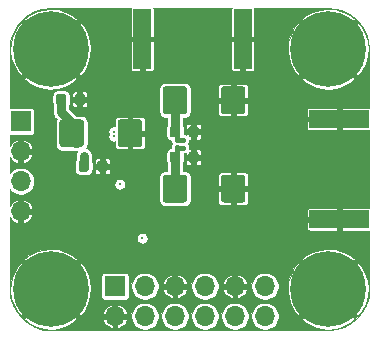
<source format=gbr>
%TF.GenerationSoftware,KiCad,Pcbnew,5.1.6-c6e7f7d~87~ubuntu18.04.1*%
%TF.CreationDate,2020-08-02T22:12:59+02:00*%
%TF.ProjectId,ad9834_eval,61643938-3334-45f6-9576-616c2e6b6963,rev?*%
%TF.SameCoordinates,Original*%
%TF.FileFunction,Copper,L4,Bot*%
%TF.FilePolarity,Positive*%
%FSLAX46Y46*%
G04 Gerber Fmt 4.6, Leading zero omitted, Abs format (unit mm)*
G04 Created by KiCad (PCBNEW 5.1.6-c6e7f7d~87~ubuntu18.04.1) date 2020-08-02 22:12:59*
%MOMM*%
%LPD*%
G01*
G04 APERTURE LIST*
%TA.AperFunction,ComponentPad*%
%ADD10O,1.700000X1.700000*%
%TD*%
%TA.AperFunction,ComponentPad*%
%ADD11R,1.700000X1.700000*%
%TD*%
%TA.AperFunction,SMDPad,CuDef*%
%ADD12R,1.500000X5.080000*%
%TD*%
%TA.AperFunction,SMDPad,CuDef*%
%ADD13R,5.080000X1.500000*%
%TD*%
%TA.AperFunction,ComponentPad*%
%ADD14C,0.800000*%
%TD*%
%TA.AperFunction,ComponentPad*%
%ADD15C,6.400000*%
%TD*%
%TA.AperFunction,ViaPad*%
%ADD16C,0.304800*%
%TD*%
%TA.AperFunction,Conductor*%
%ADD17C,0.762000*%
%TD*%
%TA.AperFunction,Conductor*%
%ADD18C,0.381000*%
%TD*%
%TA.AperFunction,Conductor*%
%ADD19C,0.101600*%
%TD*%
G04 APERTURE END LIST*
%TO.P,C4,2*%
%TO.N,GNDA*%
%TA.AperFunction,SMDPad,CuDef*%
G36*
G01*
X78861500Y-83822250D02*
X78861500Y-83309750D01*
G75*
G02*
X79080250Y-83091000I218750J0D01*
G01*
X79517750Y-83091000D01*
G75*
G02*
X79736500Y-83309750I0J-218750D01*
G01*
X79736500Y-83822250D01*
G75*
G02*
X79517750Y-84041000I-218750J0D01*
G01*
X79080250Y-84041000D01*
G75*
G02*
X78861500Y-83822250I0J218750D01*
G01*
G37*
%TD.AperFunction*%
%TO.P,C4,1*%
%TO.N,Net-(C4-Pad1)*%
%TA.AperFunction,SMDPad,CuDef*%
G36*
G01*
X77286500Y-83822250D02*
X77286500Y-83309750D01*
G75*
G02*
X77505250Y-83091000I218750J0D01*
G01*
X77942750Y-83091000D01*
G75*
G02*
X78161500Y-83309750I0J-218750D01*
G01*
X78161500Y-83822250D01*
G75*
G02*
X77942750Y-84041000I-218750J0D01*
G01*
X77505250Y-84041000D01*
G75*
G02*
X77286500Y-83822250I0J218750D01*
G01*
G37*
%TD.AperFunction*%
%TD*%
D10*
%TO.P,J1,12*%
%TO.N,Net-(J1-Pad12)*%
X93065600Y-96266000D03*
%TO.P,J1,11*%
%TO.N,Net-(J1-Pad11)*%
X93065600Y-93726000D03*
%TO.P,J1,10*%
%TO.N,Net-(J1-Pad10)*%
X90525600Y-96266000D03*
%TO.P,J1,9*%
%TO.N,GNDA*%
X90525600Y-93726000D03*
%TO.P,J1,8*%
%TO.N,Net-(J1-Pad8)*%
X87985600Y-96266000D03*
%TO.P,J1,7*%
%TO.N,Net-(J1-Pad7)*%
X87985600Y-93726000D03*
%TO.P,J1,6*%
%TO.N,Net-(J1-Pad6)*%
X85445600Y-96266000D03*
%TO.P,J1,5*%
%TO.N,GNDA*%
X85445600Y-93726000D03*
%TO.P,J1,4*%
%TO.N,Net-(J1-Pad4)*%
X82905600Y-96266000D03*
%TO.P,J1,3*%
%TO.N,Net-(J1-Pad3)*%
X82905600Y-93726000D03*
%TO.P,J1,2*%
%TO.N,GNDA*%
X80365600Y-96266000D03*
D11*
%TO.P,J1,1*%
%TO.N,Net-(J1-Pad1)*%
X80365600Y-93726000D03*
%TD*%
D10*
%TO.P,J4,4*%
%TO.N,GNDA*%
X72390000Y-87376000D03*
%TO.P,J4,3*%
%TO.N,DVDD*%
X72390000Y-84836000D03*
%TO.P,J4,2*%
%TO.N,GNDA*%
X72390000Y-82296000D03*
D11*
%TO.P,J4,1*%
%TO.N,AVDD*%
X72390000Y-79756000D03*
%TD*%
D12*
%TO.P,J3,2*%
%TO.N,GNDA*%
X82681500Y-72796400D03*
X91181500Y-72796400D03*
%TD*%
D13*
%TO.P,J2,2*%
%TO.N,GNDA*%
X99377500Y-79570000D03*
X99377500Y-88070000D03*
%TD*%
D14*
%TO.P,H4,1*%
%TO.N,GNDA*%
X76627056Y-71962944D03*
X74930000Y-71260000D03*
X73232944Y-71962944D03*
X72530000Y-73660000D03*
X73232944Y-75357056D03*
X74930000Y-76060000D03*
X76627056Y-75357056D03*
X77330000Y-73660000D03*
D15*
X74930000Y-73660000D03*
%TD*%
D14*
%TO.P,H3,1*%
%TO.N,GNDA*%
X76627056Y-92282944D03*
X74930000Y-91580000D03*
X73232944Y-92282944D03*
X72530000Y-93980000D03*
X73232944Y-95677056D03*
X74930000Y-96380000D03*
X76627056Y-95677056D03*
X77330000Y-93980000D03*
D15*
X74930000Y-93980000D03*
%TD*%
D14*
%TO.P,H2,1*%
%TO.N,GNDA*%
X100122056Y-92282944D03*
X98425000Y-91580000D03*
X96727944Y-92282944D03*
X96025000Y-93980000D03*
X96727944Y-95677056D03*
X98425000Y-96380000D03*
X100122056Y-95677056D03*
X100825000Y-93980000D03*
D15*
X98425000Y-93980000D03*
%TD*%
D14*
%TO.P,H1,1*%
%TO.N,GNDA*%
X100122056Y-71962944D03*
X98425000Y-71260000D03*
X96727944Y-71962944D03*
X96025000Y-73660000D03*
X96727944Y-75357056D03*
X98425000Y-76060000D03*
X100122056Y-75357056D03*
X100825000Y-73660000D03*
D15*
X98425000Y-73660000D03*
%TD*%
%TO.P,C25,2*%
%TO.N,GNDA*%
%TA.AperFunction,SMDPad,CuDef*%
G36*
G01*
X89333100Y-86396000D02*
X89333100Y-84546000D01*
G75*
G02*
X89583100Y-84296000I250000J0D01*
G01*
X91158100Y-84296000D01*
G75*
G02*
X91408100Y-84546000I0J-250000D01*
G01*
X91408100Y-86396000D01*
G75*
G02*
X91158100Y-86646000I-250000J0D01*
G01*
X89583100Y-86646000D01*
G75*
G02*
X89333100Y-86396000I0J250000D01*
G01*
G37*
%TD.AperFunction*%
%TO.P,C25,1*%
%TO.N,DVDD*%
%TA.AperFunction,SMDPad,CuDef*%
G36*
G01*
X84408100Y-86396000D02*
X84408100Y-84546000D01*
G75*
G02*
X84658100Y-84296000I250000J0D01*
G01*
X86233100Y-84296000D01*
G75*
G02*
X86483100Y-84546000I0J-250000D01*
G01*
X86483100Y-86396000D01*
G75*
G02*
X86233100Y-86646000I-250000J0D01*
G01*
X84658100Y-86646000D01*
G75*
G02*
X84408100Y-86396000I0J250000D01*
G01*
G37*
%TD.AperFunction*%
%TD*%
%TO.P,C24,2*%
%TO.N,GNDA*%
%TA.AperFunction,SMDPad,CuDef*%
G36*
G01*
X86583100Y-83060250D02*
X86583100Y-82547750D01*
G75*
G02*
X86801850Y-82329000I218750J0D01*
G01*
X87239350Y-82329000D01*
G75*
G02*
X87458100Y-82547750I0J-218750D01*
G01*
X87458100Y-83060250D01*
G75*
G02*
X87239350Y-83279000I-218750J0D01*
G01*
X86801850Y-83279000D01*
G75*
G02*
X86583100Y-83060250I0J218750D01*
G01*
G37*
%TD.AperFunction*%
%TO.P,C24,1*%
%TO.N,DVDD*%
%TA.AperFunction,SMDPad,CuDef*%
G36*
G01*
X85008100Y-83060250D02*
X85008100Y-82547750D01*
G75*
G02*
X85226850Y-82329000I218750J0D01*
G01*
X85664350Y-82329000D01*
G75*
G02*
X85883100Y-82547750I0J-218750D01*
G01*
X85883100Y-83060250D01*
G75*
G02*
X85664350Y-83279000I-218750J0D01*
G01*
X85226850Y-83279000D01*
G75*
G02*
X85008100Y-83060250I0J218750D01*
G01*
G37*
%TD.AperFunction*%
%TD*%
%TO.P,C23,2*%
%TO.N,GNDA*%
%TA.AperFunction,SMDPad,CuDef*%
G36*
G01*
X80595500Y-81697000D02*
X80595500Y-79847000D01*
G75*
G02*
X80845500Y-79597000I250000J0D01*
G01*
X82420500Y-79597000D01*
G75*
G02*
X82670500Y-79847000I0J-250000D01*
G01*
X82670500Y-81697000D01*
G75*
G02*
X82420500Y-81947000I-250000J0D01*
G01*
X80845500Y-81947000D01*
G75*
G02*
X80595500Y-81697000I0J250000D01*
G01*
G37*
%TD.AperFunction*%
%TO.P,C23,1*%
%TO.N,AVDD*%
%TA.AperFunction,SMDPad,CuDef*%
G36*
G01*
X75670500Y-81697000D02*
X75670500Y-79847000D01*
G75*
G02*
X75920500Y-79597000I250000J0D01*
G01*
X77495500Y-79597000D01*
G75*
G02*
X77745500Y-79847000I0J-250000D01*
G01*
X77745500Y-81697000D01*
G75*
G02*
X77495500Y-81947000I-250000J0D01*
G01*
X75920500Y-81947000D01*
G75*
G02*
X75670500Y-81697000I0J250000D01*
G01*
G37*
%TD.AperFunction*%
%TD*%
%TO.P,C22,2*%
%TO.N,GNDA*%
%TA.AperFunction,SMDPad,CuDef*%
G36*
G01*
X86583100Y-80901250D02*
X86583100Y-80388750D01*
G75*
G02*
X86801850Y-80170000I218750J0D01*
G01*
X87239350Y-80170000D01*
G75*
G02*
X87458100Y-80388750I0J-218750D01*
G01*
X87458100Y-80901250D01*
G75*
G02*
X87239350Y-81120000I-218750J0D01*
G01*
X86801850Y-81120000D01*
G75*
G02*
X86583100Y-80901250I0J218750D01*
G01*
G37*
%TD.AperFunction*%
%TO.P,C22,1*%
%TO.N,AVDD*%
%TA.AperFunction,SMDPad,CuDef*%
G36*
G01*
X85008100Y-80901250D02*
X85008100Y-80388750D01*
G75*
G02*
X85226850Y-80170000I218750J0D01*
G01*
X85664350Y-80170000D01*
G75*
G02*
X85883100Y-80388750I0J-218750D01*
G01*
X85883100Y-80901250D01*
G75*
G02*
X85664350Y-81120000I-218750J0D01*
G01*
X85226850Y-81120000D01*
G75*
G02*
X85008100Y-80901250I0J218750D01*
G01*
G37*
%TD.AperFunction*%
%TD*%
%TO.P,C21,2*%
%TO.N,GNDA*%
%TA.AperFunction,SMDPad,CuDef*%
G36*
G01*
X89333100Y-78903000D02*
X89333100Y-77053000D01*
G75*
G02*
X89583100Y-76803000I250000J0D01*
G01*
X91158100Y-76803000D01*
G75*
G02*
X91408100Y-77053000I0J-250000D01*
G01*
X91408100Y-78903000D01*
G75*
G02*
X91158100Y-79153000I-250000J0D01*
G01*
X89583100Y-79153000D01*
G75*
G02*
X89333100Y-78903000I0J250000D01*
G01*
G37*
%TD.AperFunction*%
%TO.P,C21,1*%
%TO.N,AVDD*%
%TA.AperFunction,SMDPad,CuDef*%
G36*
G01*
X84408100Y-78903000D02*
X84408100Y-77053000D01*
G75*
G02*
X84658100Y-76803000I250000J0D01*
G01*
X86233100Y-76803000D01*
G75*
G02*
X86483100Y-77053000I0J-250000D01*
G01*
X86483100Y-78903000D01*
G75*
G02*
X86233100Y-79153000I-250000J0D01*
G01*
X84658100Y-79153000D01*
G75*
G02*
X84408100Y-78903000I0J250000D01*
G01*
G37*
%TD.AperFunction*%
%TD*%
%TO.P,C20,2*%
%TO.N,GNDA*%
%TA.AperFunction,SMDPad,CuDef*%
G36*
G01*
X76956500Y-78170750D02*
X76956500Y-77658250D01*
G75*
G02*
X77175250Y-77439500I218750J0D01*
G01*
X77612750Y-77439500D01*
G75*
G02*
X77831500Y-77658250I0J-218750D01*
G01*
X77831500Y-78170750D01*
G75*
G02*
X77612750Y-78389500I-218750J0D01*
G01*
X77175250Y-78389500D01*
G75*
G02*
X76956500Y-78170750I0J218750D01*
G01*
G37*
%TD.AperFunction*%
%TO.P,C20,1*%
%TO.N,AVDD*%
%TA.AperFunction,SMDPad,CuDef*%
G36*
G01*
X75381500Y-78170750D02*
X75381500Y-77658250D01*
G75*
G02*
X75600250Y-77439500I218750J0D01*
G01*
X76037750Y-77439500D01*
G75*
G02*
X76256500Y-77658250I0J-218750D01*
G01*
X76256500Y-78170750D01*
G75*
G02*
X76037750Y-78389500I-218750J0D01*
G01*
X75600250Y-78389500D01*
G75*
G02*
X75381500Y-78170750I0J218750D01*
G01*
G37*
%TD.AperFunction*%
%TD*%
D16*
%TO.N,AVDD*%
X75819000Y-78613000D03*
X75819000Y-78994000D03*
X80264000Y-81026000D03*
X86156800Y-81330800D03*
X80264000Y-80645000D03*
X85598000Y-81330800D03*
%TO.N,GNDA*%
X80518000Y-75438000D03*
X79375000Y-75438000D03*
X80518000Y-76454000D03*
X79375000Y-76454000D03*
X94361000Y-85217000D03*
X95504000Y-85217000D03*
X95504000Y-86360000D03*
X94361000Y-86360000D03*
X83185000Y-86487000D03*
X82550000Y-86487000D03*
X81915000Y-86487000D03*
X78994000Y-79502000D03*
X77978000Y-86106000D03*
X77406500Y-86106000D03*
X77343000Y-78740000D03*
X77978000Y-78740000D03*
X76708000Y-78740000D03*
X79502000Y-79502000D03*
X80010000Y-79502000D03*
X80391000Y-83629500D03*
X88036400Y-82397600D03*
X86461600Y-83870800D03*
X88036400Y-83108800D03*
X87223600Y-83870800D03*
X88036400Y-83870800D03*
X88036400Y-80975200D03*
X88036400Y-80264000D03*
X86664800Y-79603600D03*
X87325200Y-79603600D03*
X88036400Y-79603600D03*
X86614000Y-87376000D03*
X87122000Y-87376000D03*
X93980000Y-77216000D03*
X93472000Y-77216000D03*
X93472000Y-77724000D03*
X93980000Y-77724000D03*
X86614000Y-87884000D03*
X87122000Y-87884000D03*
X80899000Y-83629500D03*
%TO.N,DVDD*%
X80772000Y-85090000D03*
X82677000Y-89662000D03*
X86156800Y-81991200D03*
X85598000Y-81978500D03*
%TO.N,Net-(C4-Pad1)*%
X77724000Y-82677000D03*
%TD*%
D17*
%TO.N,AVDD*%
X85445600Y-80645000D02*
X85445600Y-77978000D01*
D18*
X85598000Y-80797400D02*
X85445600Y-80645000D01*
X85598000Y-81330800D02*
X85598000Y-80797400D01*
D17*
X76962000Y-81584800D02*
X77114400Y-81584800D01*
D18*
X86156800Y-81330800D02*
X85598000Y-81330800D01*
D17*
X75819000Y-77914500D02*
X75819000Y-78994000D01*
X76708000Y-79883000D02*
X76708000Y-80772000D01*
X75819000Y-78994000D02*
X76708000Y-79883000D01*
%TO.N,DVDD*%
X85445600Y-82804000D02*
X85445600Y-85471000D01*
D18*
X85598000Y-82651600D02*
X85445600Y-82804000D01*
X85598000Y-81978500D02*
X85598000Y-82651600D01*
X85610700Y-81991200D02*
X85598000Y-81978500D01*
X86156800Y-81991200D02*
X85610700Y-81991200D01*
D17*
%TO.N,Net-(C4-Pad1)*%
X77724000Y-82677000D02*
X77724000Y-83566000D01*
%TD*%
D19*
%TO.N,GNDA*%
G36*
X81731240Y-70216566D02*
G01*
X81727317Y-70256400D01*
X81728300Y-72542400D01*
X81779100Y-72593200D01*
X82478300Y-72593200D01*
X82478300Y-72573200D01*
X82884700Y-72573200D01*
X82884700Y-72593200D01*
X83583900Y-72593200D01*
X83634700Y-72542400D01*
X83635683Y-70256400D01*
X83631760Y-70216566D01*
X83620606Y-70179800D01*
X90242394Y-70179800D01*
X90231240Y-70216566D01*
X90227317Y-70256400D01*
X90228300Y-72542400D01*
X90279100Y-72593200D01*
X90978300Y-72593200D01*
X90978300Y-72573200D01*
X91384700Y-72573200D01*
X91384700Y-72593200D01*
X92083900Y-72593200D01*
X92134700Y-72542400D01*
X92135303Y-71138505D01*
X96190873Y-71138505D01*
X98425000Y-73372632D01*
X100659127Y-71138505D01*
X100267085Y-70778882D01*
X99669612Y-70474869D01*
X99024309Y-70293259D01*
X98355974Y-70241031D01*
X97690293Y-70320191D01*
X97052846Y-70527699D01*
X96582915Y-70778882D01*
X96190873Y-71138505D01*
X92135303Y-71138505D01*
X92135683Y-70256400D01*
X92131760Y-70216566D01*
X92120606Y-70179800D01*
X98408870Y-70179800D01*
X99100667Y-70247631D01*
X99750598Y-70443857D01*
X100350036Y-70762583D01*
X100876155Y-71191675D01*
X101308904Y-71714779D01*
X101631810Y-72311980D01*
X101832569Y-72960529D01*
X101905167Y-73651256D01*
X101905201Y-73660867D01*
X101905201Y-78615822D01*
X99631500Y-78616800D01*
X99580700Y-78667600D01*
X99580700Y-79366800D01*
X99600700Y-79366800D01*
X99600700Y-79773200D01*
X99580700Y-79773200D01*
X99580700Y-80472400D01*
X99631500Y-80523200D01*
X101905201Y-80524178D01*
X101905200Y-87115822D01*
X99631500Y-87116800D01*
X99580700Y-87167600D01*
X99580700Y-87866800D01*
X99600700Y-87866800D01*
X99600700Y-88273200D01*
X99580700Y-88273200D01*
X99580700Y-88972400D01*
X99631500Y-89023200D01*
X101905200Y-89024178D01*
X101905200Y-93963870D01*
X101837369Y-94655667D01*
X101641142Y-95305599D01*
X101322415Y-95905038D01*
X100893327Y-96431153D01*
X100370221Y-96863904D01*
X99773020Y-97186810D01*
X99124471Y-97387569D01*
X98433744Y-97460167D01*
X98424419Y-97460200D01*
X74946130Y-97460200D01*
X74254333Y-97392369D01*
X73604401Y-97196142D01*
X73004962Y-96877415D01*
X72544038Y-96501495D01*
X72695873Y-96501495D01*
X73087915Y-96861118D01*
X73685388Y-97165131D01*
X74330691Y-97346741D01*
X74999026Y-97398969D01*
X75664707Y-97319809D01*
X76302154Y-97112301D01*
X76772085Y-96861118D01*
X77025824Y-96628361D01*
X79376688Y-96628361D01*
X79466383Y-96814325D01*
X79590634Y-96979218D01*
X79744667Y-97116702D01*
X79922562Y-97221494D01*
X80003240Y-97254902D01*
X80162400Y-97247588D01*
X80162400Y-96469200D01*
X80568800Y-96469200D01*
X80568800Y-97247588D01*
X80727960Y-97254902D01*
X80808638Y-97221494D01*
X80986533Y-97116702D01*
X81140566Y-96979218D01*
X81264817Y-96814325D01*
X81354512Y-96628361D01*
X81348223Y-96469200D01*
X80568800Y-96469200D01*
X80162400Y-96469200D01*
X79382977Y-96469200D01*
X79376688Y-96628361D01*
X77025824Y-96628361D01*
X77164127Y-96501495D01*
X74930000Y-94267368D01*
X72695873Y-96501495D01*
X72544038Y-96501495D01*
X72478847Y-96448327D01*
X72046096Y-95925221D01*
X71723190Y-95328020D01*
X71522431Y-94679471D01*
X71456169Y-94049026D01*
X71511031Y-94049026D01*
X71590191Y-94714707D01*
X71797699Y-95352154D01*
X72048882Y-95822085D01*
X72408505Y-96214127D01*
X74642632Y-93980000D01*
X75217368Y-93980000D01*
X77451495Y-96214127D01*
X77508244Y-96152262D01*
X81750800Y-96152262D01*
X81750800Y-96379738D01*
X81795178Y-96602843D01*
X81882229Y-96813003D01*
X82008608Y-97002142D01*
X82169458Y-97162992D01*
X82358597Y-97289371D01*
X82568757Y-97376422D01*
X82791862Y-97420800D01*
X83019338Y-97420800D01*
X83242443Y-97376422D01*
X83452603Y-97289371D01*
X83641742Y-97162992D01*
X83802592Y-97002142D01*
X83928971Y-96813003D01*
X84016022Y-96602843D01*
X84060400Y-96379738D01*
X84060400Y-96152262D01*
X84290800Y-96152262D01*
X84290800Y-96379738D01*
X84335178Y-96602843D01*
X84422229Y-96813003D01*
X84548608Y-97002142D01*
X84709458Y-97162992D01*
X84898597Y-97289371D01*
X85108757Y-97376422D01*
X85331862Y-97420800D01*
X85559338Y-97420800D01*
X85782443Y-97376422D01*
X85992603Y-97289371D01*
X86181742Y-97162992D01*
X86342592Y-97002142D01*
X86468971Y-96813003D01*
X86556022Y-96602843D01*
X86600400Y-96379738D01*
X86600400Y-96152262D01*
X86830800Y-96152262D01*
X86830800Y-96379738D01*
X86875178Y-96602843D01*
X86962229Y-96813003D01*
X87088608Y-97002142D01*
X87249458Y-97162992D01*
X87438597Y-97289371D01*
X87648757Y-97376422D01*
X87871862Y-97420800D01*
X88099338Y-97420800D01*
X88322443Y-97376422D01*
X88532603Y-97289371D01*
X88721742Y-97162992D01*
X88882592Y-97002142D01*
X89008971Y-96813003D01*
X89096022Y-96602843D01*
X89140400Y-96379738D01*
X89140400Y-96152262D01*
X89370800Y-96152262D01*
X89370800Y-96379738D01*
X89415178Y-96602843D01*
X89502229Y-96813003D01*
X89628608Y-97002142D01*
X89789458Y-97162992D01*
X89978597Y-97289371D01*
X90188757Y-97376422D01*
X90411862Y-97420800D01*
X90639338Y-97420800D01*
X90862443Y-97376422D01*
X91072603Y-97289371D01*
X91261742Y-97162992D01*
X91422592Y-97002142D01*
X91548971Y-96813003D01*
X91636022Y-96602843D01*
X91680400Y-96379738D01*
X91680400Y-96152262D01*
X91910800Y-96152262D01*
X91910800Y-96379738D01*
X91955178Y-96602843D01*
X92042229Y-96813003D01*
X92168608Y-97002142D01*
X92329458Y-97162992D01*
X92518597Y-97289371D01*
X92728757Y-97376422D01*
X92951862Y-97420800D01*
X93179338Y-97420800D01*
X93402443Y-97376422D01*
X93612603Y-97289371D01*
X93801742Y-97162992D01*
X93962592Y-97002142D01*
X94088971Y-96813003D01*
X94176022Y-96602843D01*
X94196181Y-96501495D01*
X96190873Y-96501495D01*
X96582915Y-96861118D01*
X97180388Y-97165131D01*
X97825691Y-97346741D01*
X98494026Y-97398969D01*
X99159707Y-97319809D01*
X99797154Y-97112301D01*
X100267085Y-96861118D01*
X100659127Y-96501495D01*
X98425000Y-94267368D01*
X96190873Y-96501495D01*
X94196181Y-96501495D01*
X94220400Y-96379738D01*
X94220400Y-96152262D01*
X94176022Y-95929157D01*
X94088971Y-95718997D01*
X93962592Y-95529858D01*
X93801742Y-95369008D01*
X93612603Y-95242629D01*
X93402443Y-95155578D01*
X93179338Y-95111200D01*
X92951862Y-95111200D01*
X92728757Y-95155578D01*
X92518597Y-95242629D01*
X92329458Y-95369008D01*
X92168608Y-95529858D01*
X92042229Y-95718997D01*
X91955178Y-95929157D01*
X91910800Y-96152262D01*
X91680400Y-96152262D01*
X91636022Y-95929157D01*
X91548971Y-95718997D01*
X91422592Y-95529858D01*
X91261742Y-95369008D01*
X91072603Y-95242629D01*
X90862443Y-95155578D01*
X90639338Y-95111200D01*
X90411862Y-95111200D01*
X90188757Y-95155578D01*
X89978597Y-95242629D01*
X89789458Y-95369008D01*
X89628608Y-95529858D01*
X89502229Y-95718997D01*
X89415178Y-95929157D01*
X89370800Y-96152262D01*
X89140400Y-96152262D01*
X89096022Y-95929157D01*
X89008971Y-95718997D01*
X88882592Y-95529858D01*
X88721742Y-95369008D01*
X88532603Y-95242629D01*
X88322443Y-95155578D01*
X88099338Y-95111200D01*
X87871862Y-95111200D01*
X87648757Y-95155578D01*
X87438597Y-95242629D01*
X87249458Y-95369008D01*
X87088608Y-95529858D01*
X86962229Y-95718997D01*
X86875178Y-95929157D01*
X86830800Y-96152262D01*
X86600400Y-96152262D01*
X86556022Y-95929157D01*
X86468971Y-95718997D01*
X86342592Y-95529858D01*
X86181742Y-95369008D01*
X85992603Y-95242629D01*
X85782443Y-95155578D01*
X85559338Y-95111200D01*
X85331862Y-95111200D01*
X85108757Y-95155578D01*
X84898597Y-95242629D01*
X84709458Y-95369008D01*
X84548608Y-95529858D01*
X84422229Y-95718997D01*
X84335178Y-95929157D01*
X84290800Y-96152262D01*
X84060400Y-96152262D01*
X84016022Y-95929157D01*
X83928971Y-95718997D01*
X83802592Y-95529858D01*
X83641742Y-95369008D01*
X83452603Y-95242629D01*
X83242443Y-95155578D01*
X83019338Y-95111200D01*
X82791862Y-95111200D01*
X82568757Y-95155578D01*
X82358597Y-95242629D01*
X82169458Y-95369008D01*
X82008608Y-95529858D01*
X81882229Y-95718997D01*
X81795178Y-95929157D01*
X81750800Y-96152262D01*
X77508244Y-96152262D01*
X77736307Y-95903639D01*
X79376688Y-95903639D01*
X79382977Y-96062800D01*
X80162400Y-96062800D01*
X80162400Y-95284412D01*
X80568800Y-95284412D01*
X80568800Y-96062800D01*
X81348223Y-96062800D01*
X81354512Y-95903639D01*
X81264817Y-95717675D01*
X81140566Y-95552782D01*
X80986533Y-95415298D01*
X80808638Y-95310506D01*
X80727960Y-95277098D01*
X80568800Y-95284412D01*
X80162400Y-95284412D01*
X80003240Y-95277098D01*
X79922562Y-95310506D01*
X79744667Y-95415298D01*
X79590634Y-95552782D01*
X79466383Y-95717675D01*
X79376688Y-95903639D01*
X77736307Y-95903639D01*
X77811118Y-95822085D01*
X78115131Y-95224612D01*
X78296741Y-94579309D01*
X78348969Y-93910974D01*
X78269809Y-93245293D01*
X78149594Y-92876000D01*
X79209326Y-92876000D01*
X79209326Y-94576000D01*
X79215211Y-94635751D01*
X79232640Y-94693206D01*
X79260942Y-94746157D01*
X79299032Y-94792568D01*
X79345443Y-94830658D01*
X79398394Y-94858960D01*
X79455849Y-94876389D01*
X79515600Y-94882274D01*
X81215600Y-94882274D01*
X81275351Y-94876389D01*
X81332806Y-94858960D01*
X81385757Y-94830658D01*
X81432168Y-94792568D01*
X81470258Y-94746157D01*
X81498560Y-94693206D01*
X81515989Y-94635751D01*
X81521874Y-94576000D01*
X81521874Y-93612262D01*
X81750800Y-93612262D01*
X81750800Y-93839738D01*
X81795178Y-94062843D01*
X81882229Y-94273003D01*
X82008608Y-94462142D01*
X82169458Y-94622992D01*
X82358597Y-94749371D01*
X82568757Y-94836422D01*
X82791862Y-94880800D01*
X83019338Y-94880800D01*
X83242443Y-94836422D01*
X83452603Y-94749371D01*
X83641742Y-94622992D01*
X83802592Y-94462142D01*
X83928971Y-94273003D01*
X84005452Y-94088361D01*
X84456688Y-94088361D01*
X84546383Y-94274325D01*
X84670634Y-94439218D01*
X84824667Y-94576702D01*
X85002562Y-94681494D01*
X85083240Y-94714902D01*
X85242400Y-94707588D01*
X85242400Y-93929200D01*
X85648800Y-93929200D01*
X85648800Y-94707588D01*
X85807960Y-94714902D01*
X85888638Y-94681494D01*
X86066533Y-94576702D01*
X86220566Y-94439218D01*
X86344817Y-94274325D01*
X86434512Y-94088361D01*
X86428223Y-93929200D01*
X85648800Y-93929200D01*
X85242400Y-93929200D01*
X84462977Y-93929200D01*
X84456688Y-94088361D01*
X84005452Y-94088361D01*
X84016022Y-94062843D01*
X84060400Y-93839738D01*
X84060400Y-93612262D01*
X86830800Y-93612262D01*
X86830800Y-93839738D01*
X86875178Y-94062843D01*
X86962229Y-94273003D01*
X87088608Y-94462142D01*
X87249458Y-94622992D01*
X87438597Y-94749371D01*
X87648757Y-94836422D01*
X87871862Y-94880800D01*
X88099338Y-94880800D01*
X88322443Y-94836422D01*
X88532603Y-94749371D01*
X88721742Y-94622992D01*
X88882592Y-94462142D01*
X89008971Y-94273003D01*
X89085452Y-94088361D01*
X89536688Y-94088361D01*
X89626383Y-94274325D01*
X89750634Y-94439218D01*
X89904667Y-94576702D01*
X90082562Y-94681494D01*
X90163240Y-94714902D01*
X90322400Y-94707588D01*
X90322400Y-93929200D01*
X90728800Y-93929200D01*
X90728800Y-94707588D01*
X90887960Y-94714902D01*
X90968638Y-94681494D01*
X91146533Y-94576702D01*
X91300566Y-94439218D01*
X91424817Y-94274325D01*
X91514512Y-94088361D01*
X91508223Y-93929200D01*
X90728800Y-93929200D01*
X90322400Y-93929200D01*
X89542977Y-93929200D01*
X89536688Y-94088361D01*
X89085452Y-94088361D01*
X89096022Y-94062843D01*
X89140400Y-93839738D01*
X89140400Y-93612262D01*
X91910800Y-93612262D01*
X91910800Y-93839738D01*
X91955178Y-94062843D01*
X92042229Y-94273003D01*
X92168608Y-94462142D01*
X92329458Y-94622992D01*
X92518597Y-94749371D01*
X92728757Y-94836422D01*
X92951862Y-94880800D01*
X93179338Y-94880800D01*
X93402443Y-94836422D01*
X93612603Y-94749371D01*
X93801742Y-94622992D01*
X93962592Y-94462142D01*
X94088971Y-94273003D01*
X94176022Y-94062843D01*
X94178770Y-94049026D01*
X95006031Y-94049026D01*
X95085191Y-94714707D01*
X95292699Y-95352154D01*
X95543882Y-95822085D01*
X95903505Y-96214127D01*
X98137632Y-93980000D01*
X98712368Y-93980000D01*
X100946495Y-96214127D01*
X101306118Y-95822085D01*
X101610131Y-95224612D01*
X101791741Y-94579309D01*
X101843969Y-93910974D01*
X101764809Y-93245293D01*
X101557301Y-92607846D01*
X101306118Y-92137915D01*
X100946495Y-91745873D01*
X98712368Y-93980000D01*
X98137632Y-93980000D01*
X95903505Y-91745873D01*
X95543882Y-92137915D01*
X95239869Y-92735388D01*
X95058259Y-93380691D01*
X95006031Y-94049026D01*
X94178770Y-94049026D01*
X94220400Y-93839738D01*
X94220400Y-93612262D01*
X94176022Y-93389157D01*
X94088971Y-93178997D01*
X93962592Y-92989858D01*
X93801742Y-92829008D01*
X93612603Y-92702629D01*
X93402443Y-92615578D01*
X93179338Y-92571200D01*
X92951862Y-92571200D01*
X92728757Y-92615578D01*
X92518597Y-92702629D01*
X92329458Y-92829008D01*
X92168608Y-92989858D01*
X92042229Y-93178997D01*
X91955178Y-93389157D01*
X91910800Y-93612262D01*
X89140400Y-93612262D01*
X89096022Y-93389157D01*
X89085453Y-93363639D01*
X89536688Y-93363639D01*
X89542977Y-93522800D01*
X90322400Y-93522800D01*
X90322400Y-92744412D01*
X90728800Y-92744412D01*
X90728800Y-93522800D01*
X91508223Y-93522800D01*
X91514512Y-93363639D01*
X91424817Y-93177675D01*
X91300566Y-93012782D01*
X91146533Y-92875298D01*
X90968638Y-92770506D01*
X90887960Y-92737098D01*
X90728800Y-92744412D01*
X90322400Y-92744412D01*
X90163240Y-92737098D01*
X90082562Y-92770506D01*
X89904667Y-92875298D01*
X89750634Y-93012782D01*
X89626383Y-93177675D01*
X89536688Y-93363639D01*
X89085453Y-93363639D01*
X89008971Y-93178997D01*
X88882592Y-92989858D01*
X88721742Y-92829008D01*
X88532603Y-92702629D01*
X88322443Y-92615578D01*
X88099338Y-92571200D01*
X87871862Y-92571200D01*
X87648757Y-92615578D01*
X87438597Y-92702629D01*
X87249458Y-92829008D01*
X87088608Y-92989858D01*
X86962229Y-93178997D01*
X86875178Y-93389157D01*
X86830800Y-93612262D01*
X84060400Y-93612262D01*
X84016022Y-93389157D01*
X84005453Y-93363639D01*
X84456688Y-93363639D01*
X84462977Y-93522800D01*
X85242400Y-93522800D01*
X85242400Y-92744412D01*
X85648800Y-92744412D01*
X85648800Y-93522800D01*
X86428223Y-93522800D01*
X86434512Y-93363639D01*
X86344817Y-93177675D01*
X86220566Y-93012782D01*
X86066533Y-92875298D01*
X85888638Y-92770506D01*
X85807960Y-92737098D01*
X85648800Y-92744412D01*
X85242400Y-92744412D01*
X85083240Y-92737098D01*
X85002562Y-92770506D01*
X84824667Y-92875298D01*
X84670634Y-93012782D01*
X84546383Y-93177675D01*
X84456688Y-93363639D01*
X84005453Y-93363639D01*
X83928971Y-93178997D01*
X83802592Y-92989858D01*
X83641742Y-92829008D01*
X83452603Y-92702629D01*
X83242443Y-92615578D01*
X83019338Y-92571200D01*
X82791862Y-92571200D01*
X82568757Y-92615578D01*
X82358597Y-92702629D01*
X82169458Y-92829008D01*
X82008608Y-92989858D01*
X81882229Y-93178997D01*
X81795178Y-93389157D01*
X81750800Y-93612262D01*
X81521874Y-93612262D01*
X81521874Y-92876000D01*
X81515989Y-92816249D01*
X81498560Y-92758794D01*
X81470258Y-92705843D01*
X81432168Y-92659432D01*
X81385757Y-92621342D01*
X81332806Y-92593040D01*
X81275351Y-92575611D01*
X81215600Y-92569726D01*
X79515600Y-92569726D01*
X79455849Y-92575611D01*
X79398394Y-92593040D01*
X79345443Y-92621342D01*
X79299032Y-92659432D01*
X79260942Y-92705843D01*
X79232640Y-92758794D01*
X79215211Y-92816249D01*
X79209326Y-92876000D01*
X78149594Y-92876000D01*
X78062301Y-92607846D01*
X77811118Y-92137915D01*
X77451495Y-91745873D01*
X75217368Y-93980000D01*
X74642632Y-93980000D01*
X72408505Y-91745873D01*
X72048882Y-92137915D01*
X71744869Y-92735388D01*
X71563259Y-93380691D01*
X71511031Y-94049026D01*
X71456169Y-94049026D01*
X71449833Y-93988744D01*
X71449800Y-93979419D01*
X71449800Y-91458505D01*
X72695873Y-91458505D01*
X74930000Y-93692632D01*
X77164127Y-91458505D01*
X96190873Y-91458505D01*
X98425000Y-93692632D01*
X100659127Y-91458505D01*
X100267085Y-91098882D01*
X99669612Y-90794869D01*
X99024309Y-90613259D01*
X98355974Y-90561031D01*
X97690293Y-90640191D01*
X97052846Y-90847699D01*
X96582915Y-91098882D01*
X96190873Y-91458505D01*
X77164127Y-91458505D01*
X76772085Y-91098882D01*
X76174612Y-90794869D01*
X75529309Y-90613259D01*
X74860974Y-90561031D01*
X74195293Y-90640191D01*
X73557846Y-90847699D01*
X73087915Y-91098882D01*
X72695873Y-91458505D01*
X71449800Y-91458505D01*
X71449800Y-89616970D01*
X82219800Y-89616970D01*
X82219800Y-89707030D01*
X82237370Y-89795360D01*
X82271835Y-89878565D01*
X82321870Y-89953448D01*
X82385552Y-90017130D01*
X82460435Y-90067165D01*
X82543640Y-90101630D01*
X82631970Y-90119200D01*
X82722030Y-90119200D01*
X82810360Y-90101630D01*
X82893565Y-90067165D01*
X82968448Y-90017130D01*
X83032130Y-89953448D01*
X83082165Y-89878565D01*
X83116630Y-89795360D01*
X83134200Y-89707030D01*
X83134200Y-89616970D01*
X83116630Y-89528640D01*
X83082165Y-89445435D01*
X83032130Y-89370552D01*
X82968448Y-89306870D01*
X82893565Y-89256835D01*
X82810360Y-89222370D01*
X82722030Y-89204800D01*
X82631970Y-89204800D01*
X82543640Y-89222370D01*
X82460435Y-89256835D01*
X82385552Y-89306870D01*
X82321870Y-89370552D01*
X82271835Y-89445435D01*
X82237370Y-89528640D01*
X82219800Y-89616970D01*
X71449800Y-89616970D01*
X71449800Y-88820000D01*
X96633317Y-88820000D01*
X96637240Y-88859834D01*
X96648860Y-88898137D01*
X96667728Y-88933438D01*
X96693121Y-88964379D01*
X96724062Y-88989772D01*
X96759363Y-89008640D01*
X96797666Y-89020260D01*
X96837500Y-89024183D01*
X99123500Y-89023200D01*
X99174300Y-88972400D01*
X99174300Y-88273200D01*
X96685100Y-88273200D01*
X96634300Y-88324000D01*
X96633317Y-88820000D01*
X71449800Y-88820000D01*
X71449800Y-87845001D01*
X71539298Y-87996933D01*
X71676782Y-88150966D01*
X71841675Y-88275217D01*
X72027639Y-88364912D01*
X72186800Y-88358623D01*
X72186800Y-87579200D01*
X72593200Y-87579200D01*
X72593200Y-88358623D01*
X72752361Y-88364912D01*
X72938325Y-88275217D01*
X73103218Y-88150966D01*
X73240702Y-87996933D01*
X73345494Y-87819038D01*
X73378902Y-87738360D01*
X73371588Y-87579200D01*
X72593200Y-87579200D01*
X72186800Y-87579200D01*
X72166800Y-87579200D01*
X72166800Y-87320000D01*
X96633317Y-87320000D01*
X96634300Y-87816000D01*
X96685100Y-87866800D01*
X99174300Y-87866800D01*
X99174300Y-87167600D01*
X99123500Y-87116800D01*
X96837500Y-87115817D01*
X96797666Y-87119740D01*
X96759363Y-87131360D01*
X96724062Y-87150228D01*
X96693121Y-87175621D01*
X96667728Y-87206562D01*
X96648860Y-87241863D01*
X96637240Y-87280166D01*
X96633317Y-87320000D01*
X72166800Y-87320000D01*
X72166800Y-87172800D01*
X72186800Y-87172800D01*
X72186800Y-86393377D01*
X72593200Y-86393377D01*
X72593200Y-87172800D01*
X73371588Y-87172800D01*
X73378902Y-87013640D01*
X73345494Y-86932962D01*
X73240702Y-86755067D01*
X73103218Y-86601034D01*
X72938325Y-86476783D01*
X72752361Y-86387088D01*
X72593200Y-86393377D01*
X72186800Y-86393377D01*
X72027639Y-86387088D01*
X71841675Y-86476783D01*
X71676782Y-86601034D01*
X71539298Y-86755067D01*
X71449800Y-86906999D01*
X71449800Y-85507477D01*
X71493008Y-85572142D01*
X71653858Y-85732992D01*
X71842997Y-85859371D01*
X72053157Y-85946422D01*
X72276262Y-85990800D01*
X72503738Y-85990800D01*
X72726843Y-85946422D01*
X72937003Y-85859371D01*
X73126142Y-85732992D01*
X73286992Y-85572142D01*
X73413371Y-85383003D01*
X73500422Y-85172843D01*
X73525857Y-85044970D01*
X80314800Y-85044970D01*
X80314800Y-85135030D01*
X80332370Y-85223360D01*
X80366835Y-85306565D01*
X80416870Y-85381448D01*
X80480552Y-85445130D01*
X80555435Y-85495165D01*
X80638640Y-85529630D01*
X80726970Y-85547200D01*
X80817030Y-85547200D01*
X80905360Y-85529630D01*
X80988565Y-85495165D01*
X81063448Y-85445130D01*
X81127130Y-85381448D01*
X81177165Y-85306565D01*
X81211630Y-85223360D01*
X81229200Y-85135030D01*
X81229200Y-85044970D01*
X81211630Y-84956640D01*
X81177165Y-84873435D01*
X81127130Y-84798552D01*
X81063448Y-84734870D01*
X80988565Y-84684835D01*
X80905360Y-84650370D01*
X80817030Y-84632800D01*
X80726970Y-84632800D01*
X80638640Y-84650370D01*
X80555435Y-84684835D01*
X80480552Y-84734870D01*
X80416870Y-84798552D01*
X80366835Y-84873435D01*
X80332370Y-84956640D01*
X80314800Y-85044970D01*
X73525857Y-85044970D01*
X73544800Y-84949738D01*
X73544800Y-84722262D01*
X73500422Y-84499157D01*
X73413371Y-84288997D01*
X73286992Y-84099858D01*
X73126142Y-83939008D01*
X72937003Y-83812629D01*
X72726843Y-83725578D01*
X72503738Y-83681200D01*
X72276262Y-83681200D01*
X72053157Y-83725578D01*
X71842997Y-83812629D01*
X71653858Y-83939008D01*
X71493008Y-84099858D01*
X71449800Y-84164523D01*
X71449800Y-82765001D01*
X71539298Y-82916933D01*
X71676782Y-83070966D01*
X71841675Y-83195217D01*
X72027639Y-83284912D01*
X72186800Y-83278623D01*
X72186800Y-82499200D01*
X72593200Y-82499200D01*
X72593200Y-83278623D01*
X72752361Y-83284912D01*
X72938325Y-83195217D01*
X73103218Y-83070966D01*
X73240702Y-82916933D01*
X73345494Y-82739038D01*
X73378902Y-82658360D01*
X73371588Y-82499200D01*
X72593200Y-82499200D01*
X72186800Y-82499200D01*
X72166800Y-82499200D01*
X72166800Y-82092800D01*
X72186800Y-82092800D01*
X72186800Y-81313377D01*
X72593200Y-81313377D01*
X72593200Y-82092800D01*
X73371588Y-82092800D01*
X73378902Y-81933640D01*
X73345494Y-81852962D01*
X73240702Y-81675067D01*
X73103218Y-81521034D01*
X72938325Y-81396783D01*
X72752361Y-81307088D01*
X72593200Y-81313377D01*
X72186800Y-81313377D01*
X72027639Y-81307088D01*
X71841675Y-81396783D01*
X71676782Y-81521034D01*
X71539298Y-81675067D01*
X71449800Y-81826999D01*
X71449800Y-80897152D01*
X71480249Y-80906389D01*
X71540000Y-80912274D01*
X73240000Y-80912274D01*
X73299751Y-80906389D01*
X73357206Y-80888960D01*
X73410157Y-80860658D01*
X73456568Y-80822568D01*
X73494658Y-80776157D01*
X73522960Y-80723206D01*
X73540389Y-80665751D01*
X73546274Y-80606000D01*
X73546274Y-78906000D01*
X73540389Y-78846249D01*
X73522960Y-78788794D01*
X73494658Y-78735843D01*
X73456568Y-78689432D01*
X73410157Y-78651342D01*
X73357206Y-78623040D01*
X73299751Y-78605611D01*
X73240000Y-78599726D01*
X71540000Y-78599726D01*
X71480249Y-78605611D01*
X71449800Y-78614848D01*
X71449800Y-77658250D01*
X75075226Y-77658250D01*
X75075226Y-78170750D01*
X75085314Y-78273177D01*
X75115191Y-78371668D01*
X75133200Y-78405362D01*
X75133201Y-78960312D01*
X75129883Y-78994000D01*
X75143124Y-79128440D01*
X75182339Y-79257714D01*
X75246020Y-79376853D01*
X75309050Y-79453655D01*
X75331721Y-79481280D01*
X75357886Y-79502753D01*
X75435372Y-79580239D01*
X75406570Y-79634123D01*
X75374915Y-79738476D01*
X75364226Y-79847000D01*
X75364226Y-81697000D01*
X75374915Y-81805524D01*
X75406570Y-81909877D01*
X75457975Y-82006049D01*
X75527155Y-82090345D01*
X75611451Y-82159525D01*
X75707623Y-82210930D01*
X75811976Y-82242585D01*
X75920500Y-82253274D01*
X76803156Y-82253274D01*
X76827560Y-82260677D01*
X76928311Y-82270600D01*
X77148089Y-82270600D01*
X77172301Y-82268215D01*
X77151019Y-82294148D01*
X77087338Y-82413287D01*
X77048123Y-82542561D01*
X77038200Y-82643312D01*
X77038200Y-83075139D01*
X77020191Y-83108832D01*
X76990314Y-83207323D01*
X76980226Y-83309750D01*
X76980226Y-83822250D01*
X76990314Y-83924677D01*
X77020191Y-84023168D01*
X77068708Y-84113938D01*
X77134002Y-84193498D01*
X77213562Y-84258792D01*
X77304332Y-84307309D01*
X77402823Y-84337186D01*
X77505250Y-84347274D01*
X77942750Y-84347274D01*
X78045177Y-84337186D01*
X78143668Y-84307309D01*
X78234438Y-84258792D01*
X78313998Y-84193498D01*
X78379292Y-84113938D01*
X78418277Y-84041000D01*
X78657317Y-84041000D01*
X78661240Y-84080834D01*
X78672860Y-84119137D01*
X78691728Y-84154438D01*
X78717121Y-84185379D01*
X78748062Y-84210772D01*
X78783363Y-84229640D01*
X78821666Y-84241260D01*
X78861500Y-84245183D01*
X79045000Y-84244200D01*
X79095800Y-84193400D01*
X79095800Y-83769200D01*
X79502200Y-83769200D01*
X79502200Y-84193400D01*
X79553000Y-84244200D01*
X79736500Y-84245183D01*
X79776334Y-84241260D01*
X79814637Y-84229640D01*
X79849938Y-84210772D01*
X79880879Y-84185379D01*
X79906272Y-84154438D01*
X79925140Y-84119137D01*
X79936760Y-84080834D01*
X79940683Y-84041000D01*
X79939700Y-83820000D01*
X79888900Y-83769200D01*
X79502200Y-83769200D01*
X79095800Y-83769200D01*
X78709100Y-83769200D01*
X78658300Y-83820000D01*
X78657317Y-84041000D01*
X78418277Y-84041000D01*
X78427809Y-84023168D01*
X78457686Y-83924677D01*
X78467774Y-83822250D01*
X78467774Y-83309750D01*
X78457686Y-83207323D01*
X78427809Y-83108832D01*
X78418278Y-83091000D01*
X78657317Y-83091000D01*
X78658300Y-83312000D01*
X78709100Y-83362800D01*
X79095800Y-83362800D01*
X79095800Y-82938600D01*
X79502200Y-82938600D01*
X79502200Y-83362800D01*
X79888900Y-83362800D01*
X79939700Y-83312000D01*
X79940683Y-83091000D01*
X79936760Y-83051166D01*
X79925140Y-83012863D01*
X79906272Y-82977562D01*
X79880879Y-82946621D01*
X79849938Y-82921228D01*
X79814637Y-82902360D01*
X79776334Y-82890740D01*
X79736500Y-82886817D01*
X79553000Y-82887800D01*
X79502200Y-82938600D01*
X79095800Y-82938600D01*
X79045000Y-82887800D01*
X78861500Y-82886817D01*
X78821666Y-82890740D01*
X78783363Y-82902360D01*
X78748062Y-82921228D01*
X78717121Y-82946621D01*
X78691728Y-82977562D01*
X78672860Y-83012863D01*
X78661240Y-83051166D01*
X78657317Y-83091000D01*
X78418278Y-83091000D01*
X78409800Y-83075139D01*
X78409800Y-82643311D01*
X78399877Y-82542560D01*
X78360662Y-82413286D01*
X78296981Y-82294147D01*
X78211279Y-82189720D01*
X78106852Y-82104019D01*
X77987713Y-82040338D01*
X77941412Y-82026293D01*
X77958025Y-82006049D01*
X78009430Y-81909877D01*
X78041085Y-81805524D01*
X78051774Y-81697000D01*
X78051774Y-80599970D01*
X79806800Y-80599970D01*
X79806800Y-80690030D01*
X79824370Y-80778360D01*
X79848038Y-80835500D01*
X79824370Y-80892640D01*
X79806800Y-80980970D01*
X79806800Y-81071030D01*
X79824370Y-81159360D01*
X79858835Y-81242565D01*
X79908870Y-81317448D01*
X79972552Y-81381130D01*
X80047435Y-81431165D01*
X80130640Y-81465630D01*
X80218970Y-81483200D01*
X80309030Y-81483200D01*
X80391830Y-81466730D01*
X80391317Y-81947000D01*
X80395240Y-81986834D01*
X80406860Y-82025137D01*
X80425728Y-82060438D01*
X80451121Y-82091379D01*
X80482062Y-82116772D01*
X80517363Y-82135640D01*
X80555666Y-82147260D01*
X80595500Y-82151183D01*
X81379000Y-82150200D01*
X81429800Y-82099400D01*
X81429800Y-80975200D01*
X81836200Y-80975200D01*
X81836200Y-82099400D01*
X81887000Y-82150200D01*
X82670500Y-82151183D01*
X82710334Y-82147260D01*
X82748637Y-82135640D01*
X82783938Y-82116772D01*
X82814879Y-82091379D01*
X82840272Y-82060438D01*
X82859140Y-82025137D01*
X82870760Y-81986834D01*
X82874683Y-81947000D01*
X82873700Y-81026000D01*
X82822900Y-80975200D01*
X81836200Y-80975200D01*
X81429800Y-80975200D01*
X81409800Y-80975200D01*
X81409800Y-80568800D01*
X81429800Y-80568800D01*
X81429800Y-79444600D01*
X81836200Y-79444600D01*
X81836200Y-80568800D01*
X82822900Y-80568800D01*
X82873700Y-80518000D01*
X82874683Y-79597000D01*
X82870760Y-79557166D01*
X82859140Y-79518863D01*
X82840272Y-79483562D01*
X82814879Y-79452621D01*
X82783938Y-79427228D01*
X82748637Y-79408360D01*
X82710334Y-79396740D01*
X82670500Y-79392817D01*
X81887000Y-79393800D01*
X81836200Y-79444600D01*
X81429800Y-79444600D01*
X81379000Y-79393800D01*
X80595500Y-79392817D01*
X80555666Y-79396740D01*
X80517363Y-79408360D01*
X80482062Y-79427228D01*
X80451121Y-79452621D01*
X80425728Y-79483562D01*
X80406860Y-79518863D01*
X80395240Y-79557166D01*
X80391317Y-79597000D01*
X80391965Y-80204297D01*
X80309030Y-80187800D01*
X80218970Y-80187800D01*
X80130640Y-80205370D01*
X80047435Y-80239835D01*
X79972552Y-80289870D01*
X79908870Y-80353552D01*
X79858835Y-80428435D01*
X79824370Y-80511640D01*
X79806800Y-80599970D01*
X78051774Y-80599970D01*
X78051774Y-79847000D01*
X78041085Y-79738476D01*
X78009430Y-79634123D01*
X77958025Y-79537951D01*
X77888845Y-79453655D01*
X77804549Y-79384475D01*
X77708377Y-79333070D01*
X77604024Y-79301415D01*
X77495500Y-79290726D01*
X77085594Y-79290726D01*
X76504800Y-78709933D01*
X76504800Y-78405361D01*
X76513277Y-78389500D01*
X76752317Y-78389500D01*
X76756240Y-78429334D01*
X76767860Y-78467637D01*
X76786728Y-78502938D01*
X76812121Y-78533879D01*
X76843062Y-78559272D01*
X76878363Y-78578140D01*
X76916666Y-78589760D01*
X76956500Y-78593683D01*
X77140000Y-78592700D01*
X77190800Y-78541900D01*
X77190800Y-78117700D01*
X77597200Y-78117700D01*
X77597200Y-78541900D01*
X77648000Y-78592700D01*
X77831500Y-78593683D01*
X77871334Y-78589760D01*
X77909637Y-78578140D01*
X77944938Y-78559272D01*
X77975879Y-78533879D01*
X78001272Y-78502938D01*
X78020140Y-78467637D01*
X78031760Y-78429334D01*
X78035683Y-78389500D01*
X78034700Y-78168500D01*
X77983900Y-78117700D01*
X77597200Y-78117700D01*
X77190800Y-78117700D01*
X76804100Y-78117700D01*
X76753300Y-78168500D01*
X76752317Y-78389500D01*
X76513277Y-78389500D01*
X76522809Y-78371668D01*
X76552686Y-78273177D01*
X76562774Y-78170750D01*
X76562774Y-77658250D01*
X76552686Y-77555823D01*
X76522809Y-77457332D01*
X76513278Y-77439500D01*
X76752317Y-77439500D01*
X76753300Y-77660500D01*
X76804100Y-77711300D01*
X77190800Y-77711300D01*
X77190800Y-77287100D01*
X77597200Y-77287100D01*
X77597200Y-77711300D01*
X77983900Y-77711300D01*
X78034700Y-77660500D01*
X78035683Y-77439500D01*
X78031760Y-77399666D01*
X78020140Y-77361363D01*
X78001272Y-77326062D01*
X77975879Y-77295121D01*
X77944938Y-77269728D01*
X77909637Y-77250860D01*
X77871334Y-77239240D01*
X77831500Y-77235317D01*
X77648000Y-77236300D01*
X77597200Y-77287100D01*
X77190800Y-77287100D01*
X77140000Y-77236300D01*
X76956500Y-77235317D01*
X76916666Y-77239240D01*
X76878363Y-77250860D01*
X76843062Y-77269728D01*
X76812121Y-77295121D01*
X76786728Y-77326062D01*
X76767860Y-77361363D01*
X76756240Y-77399666D01*
X76752317Y-77439500D01*
X76513278Y-77439500D01*
X76474292Y-77366562D01*
X76408998Y-77287002D01*
X76329438Y-77221708D01*
X76238668Y-77173191D01*
X76140177Y-77143314D01*
X76037750Y-77133226D01*
X75600250Y-77133226D01*
X75497823Y-77143314D01*
X75399332Y-77173191D01*
X75308562Y-77221708D01*
X75229002Y-77287002D01*
X75163708Y-77366562D01*
X75115191Y-77457332D01*
X75085314Y-77555823D01*
X75075226Y-77658250D01*
X71449800Y-77658250D01*
X71449800Y-76181495D01*
X72695873Y-76181495D01*
X73087915Y-76541118D01*
X73685388Y-76845131D01*
X74330691Y-77026741D01*
X74999026Y-77078969D01*
X75217407Y-77053000D01*
X84101826Y-77053000D01*
X84101826Y-78903000D01*
X84112515Y-79011524D01*
X84144170Y-79115877D01*
X84195575Y-79212049D01*
X84264755Y-79296345D01*
X84349051Y-79365525D01*
X84445223Y-79416930D01*
X84549576Y-79448585D01*
X84658100Y-79459274D01*
X84759800Y-79459274D01*
X84759800Y-80154139D01*
X84741791Y-80187832D01*
X84711914Y-80286323D01*
X84701826Y-80388750D01*
X84701826Y-80901250D01*
X84711914Y-81003677D01*
X84741791Y-81102168D01*
X84790308Y-81192938D01*
X84855602Y-81272498D01*
X84935162Y-81337792D01*
X85025932Y-81386309D01*
X85108230Y-81411274D01*
X85109867Y-81427896D01*
X85138189Y-81521260D01*
X85154390Y-81551570D01*
X85184181Y-81607305D01*
X85223036Y-81654650D01*
X85184181Y-81701995D01*
X85138189Y-81788041D01*
X85109867Y-81881405D01*
X85102700Y-81954174D01*
X85102700Y-81954183D01*
X85100305Y-81978500D01*
X85102700Y-82002818D01*
X85102700Y-82039404D01*
X85025932Y-82062691D01*
X84935162Y-82111208D01*
X84855602Y-82176502D01*
X84790308Y-82256062D01*
X84741791Y-82346832D01*
X84711914Y-82445323D01*
X84701826Y-82547750D01*
X84701826Y-83060250D01*
X84711914Y-83162677D01*
X84741791Y-83261168D01*
X84759800Y-83294861D01*
X84759800Y-83989726D01*
X84658100Y-83989726D01*
X84549576Y-84000415D01*
X84445223Y-84032070D01*
X84349051Y-84083475D01*
X84264755Y-84152655D01*
X84195575Y-84236951D01*
X84144170Y-84333123D01*
X84112515Y-84437476D01*
X84101826Y-84546000D01*
X84101826Y-86396000D01*
X84112515Y-86504524D01*
X84144170Y-86608877D01*
X84195575Y-86705049D01*
X84264755Y-86789345D01*
X84349051Y-86858525D01*
X84445223Y-86909930D01*
X84549576Y-86941585D01*
X84658100Y-86952274D01*
X86233100Y-86952274D01*
X86341624Y-86941585D01*
X86445977Y-86909930D01*
X86542149Y-86858525D01*
X86626445Y-86789345D01*
X86695625Y-86705049D01*
X86727187Y-86646000D01*
X89128917Y-86646000D01*
X89132840Y-86685834D01*
X89144460Y-86724137D01*
X89163328Y-86759438D01*
X89188721Y-86790379D01*
X89219662Y-86815772D01*
X89254963Y-86834640D01*
X89293266Y-86846260D01*
X89333100Y-86850183D01*
X90116600Y-86849200D01*
X90167400Y-86798400D01*
X90167400Y-85674200D01*
X90573800Y-85674200D01*
X90573800Y-86798400D01*
X90624600Y-86849200D01*
X91408100Y-86850183D01*
X91447934Y-86846260D01*
X91486237Y-86834640D01*
X91521538Y-86815772D01*
X91552479Y-86790379D01*
X91577872Y-86759438D01*
X91596740Y-86724137D01*
X91608360Y-86685834D01*
X91612283Y-86646000D01*
X91611300Y-85725000D01*
X91560500Y-85674200D01*
X90573800Y-85674200D01*
X90167400Y-85674200D01*
X89180700Y-85674200D01*
X89129900Y-85725000D01*
X89128917Y-86646000D01*
X86727187Y-86646000D01*
X86747030Y-86608877D01*
X86778685Y-86504524D01*
X86789374Y-86396000D01*
X86789374Y-84546000D01*
X86778685Y-84437476D01*
X86747030Y-84333123D01*
X86727188Y-84296000D01*
X89128917Y-84296000D01*
X89129900Y-85217000D01*
X89180700Y-85267800D01*
X90167400Y-85267800D01*
X90167400Y-84143600D01*
X90573800Y-84143600D01*
X90573800Y-85267800D01*
X91560500Y-85267800D01*
X91611300Y-85217000D01*
X91612283Y-84296000D01*
X91608360Y-84256166D01*
X91596740Y-84217863D01*
X91577872Y-84182562D01*
X91552479Y-84151621D01*
X91521538Y-84126228D01*
X91486237Y-84107360D01*
X91447934Y-84095740D01*
X91408100Y-84091817D01*
X90624600Y-84092800D01*
X90573800Y-84143600D01*
X90167400Y-84143600D01*
X90116600Y-84092800D01*
X89333100Y-84091817D01*
X89293266Y-84095740D01*
X89254963Y-84107360D01*
X89219662Y-84126228D01*
X89188721Y-84151621D01*
X89163328Y-84182562D01*
X89144460Y-84217863D01*
X89132840Y-84256166D01*
X89128917Y-84296000D01*
X86727188Y-84296000D01*
X86695625Y-84236951D01*
X86626445Y-84152655D01*
X86542149Y-84083475D01*
X86445977Y-84032070D01*
X86341624Y-84000415D01*
X86233100Y-83989726D01*
X86131400Y-83989726D01*
X86131400Y-83294861D01*
X86139877Y-83279000D01*
X86378917Y-83279000D01*
X86382840Y-83318834D01*
X86394460Y-83357137D01*
X86413328Y-83392438D01*
X86438721Y-83423379D01*
X86469662Y-83448772D01*
X86504963Y-83467640D01*
X86543266Y-83479260D01*
X86583100Y-83483183D01*
X86766600Y-83482200D01*
X86817400Y-83431400D01*
X86817400Y-83007200D01*
X87223800Y-83007200D01*
X87223800Y-83431400D01*
X87274600Y-83482200D01*
X87458100Y-83483183D01*
X87497934Y-83479260D01*
X87536237Y-83467640D01*
X87571538Y-83448772D01*
X87602479Y-83423379D01*
X87627872Y-83392438D01*
X87646740Y-83357137D01*
X87658360Y-83318834D01*
X87662283Y-83279000D01*
X87661300Y-83058000D01*
X87610500Y-83007200D01*
X87223800Y-83007200D01*
X86817400Y-83007200D01*
X86430700Y-83007200D01*
X86379900Y-83058000D01*
X86378917Y-83279000D01*
X86139877Y-83279000D01*
X86149409Y-83261168D01*
X86179286Y-83162677D01*
X86189374Y-83060250D01*
X86189374Y-82547750D01*
X86183320Y-82486284D01*
X86253896Y-82479333D01*
X86347260Y-82451011D01*
X86379383Y-82433841D01*
X86379900Y-82550000D01*
X86430700Y-82600800D01*
X86817400Y-82600800D01*
X86817400Y-82176600D01*
X87223800Y-82176600D01*
X87223800Y-82600800D01*
X87610500Y-82600800D01*
X87661300Y-82550000D01*
X87662283Y-82329000D01*
X87658360Y-82289166D01*
X87646740Y-82250863D01*
X87627872Y-82215562D01*
X87602479Y-82184621D01*
X87571538Y-82159228D01*
X87536237Y-82140360D01*
X87497934Y-82128740D01*
X87458100Y-82124817D01*
X87274600Y-82125800D01*
X87223800Y-82176600D01*
X86817400Y-82176600D01*
X86766600Y-82125800D01*
X86633772Y-82125088D01*
X86644933Y-82088296D01*
X86654496Y-81991200D01*
X86644933Y-81894104D01*
X86616611Y-81800740D01*
X86570619Y-81714695D01*
X86526552Y-81661000D01*
X86570619Y-81607305D01*
X86616611Y-81521260D01*
X86644933Y-81427896D01*
X86654496Y-81330800D01*
X86653807Y-81323804D01*
X86766600Y-81323200D01*
X86817400Y-81272400D01*
X86817400Y-80848200D01*
X87223800Y-80848200D01*
X87223800Y-81272400D01*
X87274600Y-81323200D01*
X87458100Y-81324183D01*
X87497934Y-81320260D01*
X87536237Y-81308640D01*
X87571538Y-81289772D01*
X87602479Y-81264379D01*
X87627872Y-81233438D01*
X87646740Y-81198137D01*
X87658360Y-81159834D01*
X87662283Y-81120000D01*
X87661300Y-80899000D01*
X87610500Y-80848200D01*
X87223800Y-80848200D01*
X86817400Y-80848200D01*
X86430700Y-80848200D01*
X86386785Y-80892115D01*
X86347260Y-80870989D01*
X86253896Y-80842667D01*
X86189374Y-80836312D01*
X86189374Y-80388750D01*
X86179286Y-80286323D01*
X86149409Y-80187832D01*
X86139878Y-80170000D01*
X86378917Y-80170000D01*
X86379900Y-80391000D01*
X86430700Y-80441800D01*
X86817400Y-80441800D01*
X86817400Y-80017600D01*
X87223800Y-80017600D01*
X87223800Y-80441800D01*
X87610500Y-80441800D01*
X87661300Y-80391000D01*
X87661615Y-80320000D01*
X96633317Y-80320000D01*
X96637240Y-80359834D01*
X96648860Y-80398137D01*
X96667728Y-80433438D01*
X96693121Y-80464379D01*
X96724062Y-80489772D01*
X96759363Y-80508640D01*
X96797666Y-80520260D01*
X96837500Y-80524183D01*
X99123500Y-80523200D01*
X99174300Y-80472400D01*
X99174300Y-79773200D01*
X96685100Y-79773200D01*
X96634300Y-79824000D01*
X96633317Y-80320000D01*
X87661615Y-80320000D01*
X87662283Y-80170000D01*
X87658360Y-80130166D01*
X87646740Y-80091863D01*
X87627872Y-80056562D01*
X87602479Y-80025621D01*
X87571538Y-80000228D01*
X87536237Y-79981360D01*
X87497934Y-79969740D01*
X87458100Y-79965817D01*
X87274600Y-79966800D01*
X87223800Y-80017600D01*
X86817400Y-80017600D01*
X86766600Y-79966800D01*
X86583100Y-79965817D01*
X86543266Y-79969740D01*
X86504963Y-79981360D01*
X86469662Y-80000228D01*
X86438721Y-80025621D01*
X86413328Y-80056562D01*
X86394460Y-80091863D01*
X86382840Y-80130166D01*
X86378917Y-80170000D01*
X86139878Y-80170000D01*
X86131400Y-80154139D01*
X86131400Y-79459274D01*
X86233100Y-79459274D01*
X86341624Y-79448585D01*
X86445977Y-79416930D01*
X86542149Y-79365525D01*
X86626445Y-79296345D01*
X86695625Y-79212049D01*
X86727187Y-79153000D01*
X89128917Y-79153000D01*
X89132840Y-79192834D01*
X89144460Y-79231137D01*
X89163328Y-79266438D01*
X89188721Y-79297379D01*
X89219662Y-79322772D01*
X89254963Y-79341640D01*
X89293266Y-79353260D01*
X89333100Y-79357183D01*
X90116600Y-79356200D01*
X90167400Y-79305400D01*
X90167400Y-78181200D01*
X90573800Y-78181200D01*
X90573800Y-79305400D01*
X90624600Y-79356200D01*
X91408100Y-79357183D01*
X91447934Y-79353260D01*
X91486237Y-79341640D01*
X91521538Y-79322772D01*
X91552479Y-79297379D01*
X91577872Y-79266438D01*
X91596740Y-79231137D01*
X91608360Y-79192834D01*
X91612283Y-79153000D01*
X91611928Y-78820000D01*
X96633317Y-78820000D01*
X96634300Y-79316000D01*
X96685100Y-79366800D01*
X99174300Y-79366800D01*
X99174300Y-78667600D01*
X99123500Y-78616800D01*
X96837500Y-78615817D01*
X96797666Y-78619740D01*
X96759363Y-78631360D01*
X96724062Y-78650228D01*
X96693121Y-78675621D01*
X96667728Y-78706562D01*
X96648860Y-78741863D01*
X96637240Y-78780166D01*
X96633317Y-78820000D01*
X91611928Y-78820000D01*
X91611300Y-78232000D01*
X91560500Y-78181200D01*
X90573800Y-78181200D01*
X90167400Y-78181200D01*
X89180700Y-78181200D01*
X89129900Y-78232000D01*
X89128917Y-79153000D01*
X86727187Y-79153000D01*
X86747030Y-79115877D01*
X86778685Y-79011524D01*
X86789374Y-78903000D01*
X86789374Y-77053000D01*
X86778685Y-76944476D01*
X86747030Y-76840123D01*
X86727188Y-76803000D01*
X89128917Y-76803000D01*
X89129900Y-77724000D01*
X89180700Y-77774800D01*
X90167400Y-77774800D01*
X90167400Y-76650600D01*
X90573800Y-76650600D01*
X90573800Y-77774800D01*
X91560500Y-77774800D01*
X91611300Y-77724000D01*
X91612283Y-76803000D01*
X91608360Y-76763166D01*
X91596740Y-76724863D01*
X91577872Y-76689562D01*
X91552479Y-76658621D01*
X91521538Y-76633228D01*
X91486237Y-76614360D01*
X91447934Y-76602740D01*
X91408100Y-76598817D01*
X90624600Y-76599800D01*
X90573800Y-76650600D01*
X90167400Y-76650600D01*
X90116600Y-76599800D01*
X89333100Y-76598817D01*
X89293266Y-76602740D01*
X89254963Y-76614360D01*
X89219662Y-76633228D01*
X89188721Y-76658621D01*
X89163328Y-76689562D01*
X89144460Y-76724863D01*
X89132840Y-76763166D01*
X89128917Y-76803000D01*
X86727188Y-76803000D01*
X86695625Y-76743951D01*
X86626445Y-76659655D01*
X86542149Y-76590475D01*
X86445977Y-76539070D01*
X86341624Y-76507415D01*
X86233100Y-76496726D01*
X84658100Y-76496726D01*
X84549576Y-76507415D01*
X84445223Y-76539070D01*
X84349051Y-76590475D01*
X84264755Y-76659655D01*
X84195575Y-76743951D01*
X84144170Y-76840123D01*
X84112515Y-76944476D01*
X84101826Y-77053000D01*
X75217407Y-77053000D01*
X75664707Y-76999809D01*
X76302154Y-76792301D01*
X76772085Y-76541118D01*
X77164127Y-76181495D01*
X96190873Y-76181495D01*
X96582915Y-76541118D01*
X97180388Y-76845131D01*
X97825691Y-77026741D01*
X98494026Y-77078969D01*
X99159707Y-76999809D01*
X99797154Y-76792301D01*
X100267085Y-76541118D01*
X100659127Y-76181495D01*
X98425000Y-73947368D01*
X96190873Y-76181495D01*
X77164127Y-76181495D01*
X74930000Y-73947368D01*
X72695873Y-76181495D01*
X71449800Y-76181495D01*
X71449800Y-73729026D01*
X71511031Y-73729026D01*
X71590191Y-74394707D01*
X71797699Y-75032154D01*
X72048882Y-75502085D01*
X72408505Y-75894127D01*
X74642632Y-73660000D01*
X75217368Y-73660000D01*
X77451495Y-75894127D01*
X77811118Y-75502085D01*
X77895423Y-75336400D01*
X81727317Y-75336400D01*
X81731240Y-75376234D01*
X81742860Y-75414537D01*
X81761728Y-75449838D01*
X81787121Y-75480779D01*
X81818062Y-75506172D01*
X81853363Y-75525040D01*
X81891666Y-75536660D01*
X81931500Y-75540583D01*
X82427500Y-75539600D01*
X82478300Y-75488800D01*
X82478300Y-72999600D01*
X82884700Y-72999600D01*
X82884700Y-75488800D01*
X82935500Y-75539600D01*
X83431500Y-75540583D01*
X83471334Y-75536660D01*
X83509637Y-75525040D01*
X83544938Y-75506172D01*
X83575879Y-75480779D01*
X83601272Y-75449838D01*
X83620140Y-75414537D01*
X83631760Y-75376234D01*
X83635683Y-75336400D01*
X90227317Y-75336400D01*
X90231240Y-75376234D01*
X90242860Y-75414537D01*
X90261728Y-75449838D01*
X90287121Y-75480779D01*
X90318062Y-75506172D01*
X90353363Y-75525040D01*
X90391666Y-75536660D01*
X90431500Y-75540583D01*
X90927500Y-75539600D01*
X90978300Y-75488800D01*
X90978300Y-72999600D01*
X91384700Y-72999600D01*
X91384700Y-75488800D01*
X91435500Y-75539600D01*
X91931500Y-75540583D01*
X91971334Y-75536660D01*
X92009637Y-75525040D01*
X92044938Y-75506172D01*
X92075879Y-75480779D01*
X92101272Y-75449838D01*
X92120140Y-75414537D01*
X92131760Y-75376234D01*
X92135683Y-75336400D01*
X92134992Y-73729026D01*
X95006031Y-73729026D01*
X95085191Y-74394707D01*
X95292699Y-75032154D01*
X95543882Y-75502085D01*
X95903505Y-75894127D01*
X98137632Y-73660000D01*
X98712368Y-73660000D01*
X100946495Y-75894127D01*
X101306118Y-75502085D01*
X101610131Y-74904612D01*
X101791741Y-74259309D01*
X101843969Y-73590974D01*
X101764809Y-72925293D01*
X101557301Y-72287846D01*
X101306118Y-71817915D01*
X100946495Y-71425873D01*
X98712368Y-73660000D01*
X98137632Y-73660000D01*
X95903505Y-71425873D01*
X95543882Y-71817915D01*
X95239869Y-72415388D01*
X95058259Y-73060691D01*
X95006031Y-73729026D01*
X92134992Y-73729026D01*
X92134700Y-73050400D01*
X92083900Y-72999600D01*
X91384700Y-72999600D01*
X90978300Y-72999600D01*
X90279100Y-72999600D01*
X90228300Y-73050400D01*
X90227317Y-75336400D01*
X83635683Y-75336400D01*
X83634700Y-73050400D01*
X83583900Y-72999600D01*
X82884700Y-72999600D01*
X82478300Y-72999600D01*
X81779100Y-72999600D01*
X81728300Y-73050400D01*
X81727317Y-75336400D01*
X77895423Y-75336400D01*
X78115131Y-74904612D01*
X78296741Y-74259309D01*
X78348969Y-73590974D01*
X78269809Y-72925293D01*
X78062301Y-72287846D01*
X77811118Y-71817915D01*
X77451495Y-71425873D01*
X75217368Y-73660000D01*
X74642632Y-73660000D01*
X72408505Y-71425873D01*
X72048882Y-71817915D01*
X71744869Y-72415388D01*
X71563259Y-73060691D01*
X71511031Y-73729026D01*
X71449800Y-73729026D01*
X71449800Y-73676130D01*
X71517631Y-72984333D01*
X71713857Y-72334402D01*
X72032583Y-71734964D01*
X72461675Y-71208845D01*
X72546701Y-71138505D01*
X72695873Y-71138505D01*
X74930000Y-73372632D01*
X77164127Y-71138505D01*
X76772085Y-70778882D01*
X76174612Y-70474869D01*
X75529309Y-70293259D01*
X74860974Y-70241031D01*
X74195293Y-70320191D01*
X73557846Y-70527699D01*
X73087915Y-70778882D01*
X72695873Y-71138505D01*
X72546701Y-71138505D01*
X72984779Y-70776096D01*
X73581980Y-70453190D01*
X74230529Y-70252431D01*
X74921256Y-70179833D01*
X74930581Y-70179800D01*
X81742394Y-70179800D01*
X81731240Y-70216566D01*
G37*
X81731240Y-70216566D02*
X81727317Y-70256400D01*
X81728300Y-72542400D01*
X81779100Y-72593200D01*
X82478300Y-72593200D01*
X82478300Y-72573200D01*
X82884700Y-72573200D01*
X82884700Y-72593200D01*
X83583900Y-72593200D01*
X83634700Y-72542400D01*
X83635683Y-70256400D01*
X83631760Y-70216566D01*
X83620606Y-70179800D01*
X90242394Y-70179800D01*
X90231240Y-70216566D01*
X90227317Y-70256400D01*
X90228300Y-72542400D01*
X90279100Y-72593200D01*
X90978300Y-72593200D01*
X90978300Y-72573200D01*
X91384700Y-72573200D01*
X91384700Y-72593200D01*
X92083900Y-72593200D01*
X92134700Y-72542400D01*
X92135303Y-71138505D01*
X96190873Y-71138505D01*
X98425000Y-73372632D01*
X100659127Y-71138505D01*
X100267085Y-70778882D01*
X99669612Y-70474869D01*
X99024309Y-70293259D01*
X98355974Y-70241031D01*
X97690293Y-70320191D01*
X97052846Y-70527699D01*
X96582915Y-70778882D01*
X96190873Y-71138505D01*
X92135303Y-71138505D01*
X92135683Y-70256400D01*
X92131760Y-70216566D01*
X92120606Y-70179800D01*
X98408870Y-70179800D01*
X99100667Y-70247631D01*
X99750598Y-70443857D01*
X100350036Y-70762583D01*
X100876155Y-71191675D01*
X101308904Y-71714779D01*
X101631810Y-72311980D01*
X101832569Y-72960529D01*
X101905167Y-73651256D01*
X101905201Y-73660867D01*
X101905201Y-78615822D01*
X99631500Y-78616800D01*
X99580700Y-78667600D01*
X99580700Y-79366800D01*
X99600700Y-79366800D01*
X99600700Y-79773200D01*
X99580700Y-79773200D01*
X99580700Y-80472400D01*
X99631500Y-80523200D01*
X101905201Y-80524178D01*
X101905200Y-87115822D01*
X99631500Y-87116800D01*
X99580700Y-87167600D01*
X99580700Y-87866800D01*
X99600700Y-87866800D01*
X99600700Y-88273200D01*
X99580700Y-88273200D01*
X99580700Y-88972400D01*
X99631500Y-89023200D01*
X101905200Y-89024178D01*
X101905200Y-93963870D01*
X101837369Y-94655667D01*
X101641142Y-95305599D01*
X101322415Y-95905038D01*
X100893327Y-96431153D01*
X100370221Y-96863904D01*
X99773020Y-97186810D01*
X99124471Y-97387569D01*
X98433744Y-97460167D01*
X98424419Y-97460200D01*
X74946130Y-97460200D01*
X74254333Y-97392369D01*
X73604401Y-97196142D01*
X73004962Y-96877415D01*
X72544038Y-96501495D01*
X72695873Y-96501495D01*
X73087915Y-96861118D01*
X73685388Y-97165131D01*
X74330691Y-97346741D01*
X74999026Y-97398969D01*
X75664707Y-97319809D01*
X76302154Y-97112301D01*
X76772085Y-96861118D01*
X77025824Y-96628361D01*
X79376688Y-96628361D01*
X79466383Y-96814325D01*
X79590634Y-96979218D01*
X79744667Y-97116702D01*
X79922562Y-97221494D01*
X80003240Y-97254902D01*
X80162400Y-97247588D01*
X80162400Y-96469200D01*
X80568800Y-96469200D01*
X80568800Y-97247588D01*
X80727960Y-97254902D01*
X80808638Y-97221494D01*
X80986533Y-97116702D01*
X81140566Y-96979218D01*
X81264817Y-96814325D01*
X81354512Y-96628361D01*
X81348223Y-96469200D01*
X80568800Y-96469200D01*
X80162400Y-96469200D01*
X79382977Y-96469200D01*
X79376688Y-96628361D01*
X77025824Y-96628361D01*
X77164127Y-96501495D01*
X74930000Y-94267368D01*
X72695873Y-96501495D01*
X72544038Y-96501495D01*
X72478847Y-96448327D01*
X72046096Y-95925221D01*
X71723190Y-95328020D01*
X71522431Y-94679471D01*
X71456169Y-94049026D01*
X71511031Y-94049026D01*
X71590191Y-94714707D01*
X71797699Y-95352154D01*
X72048882Y-95822085D01*
X72408505Y-96214127D01*
X74642632Y-93980000D01*
X75217368Y-93980000D01*
X77451495Y-96214127D01*
X77508244Y-96152262D01*
X81750800Y-96152262D01*
X81750800Y-96379738D01*
X81795178Y-96602843D01*
X81882229Y-96813003D01*
X82008608Y-97002142D01*
X82169458Y-97162992D01*
X82358597Y-97289371D01*
X82568757Y-97376422D01*
X82791862Y-97420800D01*
X83019338Y-97420800D01*
X83242443Y-97376422D01*
X83452603Y-97289371D01*
X83641742Y-97162992D01*
X83802592Y-97002142D01*
X83928971Y-96813003D01*
X84016022Y-96602843D01*
X84060400Y-96379738D01*
X84060400Y-96152262D01*
X84290800Y-96152262D01*
X84290800Y-96379738D01*
X84335178Y-96602843D01*
X84422229Y-96813003D01*
X84548608Y-97002142D01*
X84709458Y-97162992D01*
X84898597Y-97289371D01*
X85108757Y-97376422D01*
X85331862Y-97420800D01*
X85559338Y-97420800D01*
X85782443Y-97376422D01*
X85992603Y-97289371D01*
X86181742Y-97162992D01*
X86342592Y-97002142D01*
X86468971Y-96813003D01*
X86556022Y-96602843D01*
X86600400Y-96379738D01*
X86600400Y-96152262D01*
X86830800Y-96152262D01*
X86830800Y-96379738D01*
X86875178Y-96602843D01*
X86962229Y-96813003D01*
X87088608Y-97002142D01*
X87249458Y-97162992D01*
X87438597Y-97289371D01*
X87648757Y-97376422D01*
X87871862Y-97420800D01*
X88099338Y-97420800D01*
X88322443Y-97376422D01*
X88532603Y-97289371D01*
X88721742Y-97162992D01*
X88882592Y-97002142D01*
X89008971Y-96813003D01*
X89096022Y-96602843D01*
X89140400Y-96379738D01*
X89140400Y-96152262D01*
X89370800Y-96152262D01*
X89370800Y-96379738D01*
X89415178Y-96602843D01*
X89502229Y-96813003D01*
X89628608Y-97002142D01*
X89789458Y-97162992D01*
X89978597Y-97289371D01*
X90188757Y-97376422D01*
X90411862Y-97420800D01*
X90639338Y-97420800D01*
X90862443Y-97376422D01*
X91072603Y-97289371D01*
X91261742Y-97162992D01*
X91422592Y-97002142D01*
X91548971Y-96813003D01*
X91636022Y-96602843D01*
X91680400Y-96379738D01*
X91680400Y-96152262D01*
X91910800Y-96152262D01*
X91910800Y-96379738D01*
X91955178Y-96602843D01*
X92042229Y-96813003D01*
X92168608Y-97002142D01*
X92329458Y-97162992D01*
X92518597Y-97289371D01*
X92728757Y-97376422D01*
X92951862Y-97420800D01*
X93179338Y-97420800D01*
X93402443Y-97376422D01*
X93612603Y-97289371D01*
X93801742Y-97162992D01*
X93962592Y-97002142D01*
X94088971Y-96813003D01*
X94176022Y-96602843D01*
X94196181Y-96501495D01*
X96190873Y-96501495D01*
X96582915Y-96861118D01*
X97180388Y-97165131D01*
X97825691Y-97346741D01*
X98494026Y-97398969D01*
X99159707Y-97319809D01*
X99797154Y-97112301D01*
X100267085Y-96861118D01*
X100659127Y-96501495D01*
X98425000Y-94267368D01*
X96190873Y-96501495D01*
X94196181Y-96501495D01*
X94220400Y-96379738D01*
X94220400Y-96152262D01*
X94176022Y-95929157D01*
X94088971Y-95718997D01*
X93962592Y-95529858D01*
X93801742Y-95369008D01*
X93612603Y-95242629D01*
X93402443Y-95155578D01*
X93179338Y-95111200D01*
X92951862Y-95111200D01*
X92728757Y-95155578D01*
X92518597Y-95242629D01*
X92329458Y-95369008D01*
X92168608Y-95529858D01*
X92042229Y-95718997D01*
X91955178Y-95929157D01*
X91910800Y-96152262D01*
X91680400Y-96152262D01*
X91636022Y-95929157D01*
X91548971Y-95718997D01*
X91422592Y-95529858D01*
X91261742Y-95369008D01*
X91072603Y-95242629D01*
X90862443Y-95155578D01*
X90639338Y-95111200D01*
X90411862Y-95111200D01*
X90188757Y-95155578D01*
X89978597Y-95242629D01*
X89789458Y-95369008D01*
X89628608Y-95529858D01*
X89502229Y-95718997D01*
X89415178Y-95929157D01*
X89370800Y-96152262D01*
X89140400Y-96152262D01*
X89096022Y-95929157D01*
X89008971Y-95718997D01*
X88882592Y-95529858D01*
X88721742Y-95369008D01*
X88532603Y-95242629D01*
X88322443Y-95155578D01*
X88099338Y-95111200D01*
X87871862Y-95111200D01*
X87648757Y-95155578D01*
X87438597Y-95242629D01*
X87249458Y-95369008D01*
X87088608Y-95529858D01*
X86962229Y-95718997D01*
X86875178Y-95929157D01*
X86830800Y-96152262D01*
X86600400Y-96152262D01*
X86556022Y-95929157D01*
X86468971Y-95718997D01*
X86342592Y-95529858D01*
X86181742Y-95369008D01*
X85992603Y-95242629D01*
X85782443Y-95155578D01*
X85559338Y-95111200D01*
X85331862Y-95111200D01*
X85108757Y-95155578D01*
X84898597Y-95242629D01*
X84709458Y-95369008D01*
X84548608Y-95529858D01*
X84422229Y-95718997D01*
X84335178Y-95929157D01*
X84290800Y-96152262D01*
X84060400Y-96152262D01*
X84016022Y-95929157D01*
X83928971Y-95718997D01*
X83802592Y-95529858D01*
X83641742Y-95369008D01*
X83452603Y-95242629D01*
X83242443Y-95155578D01*
X83019338Y-95111200D01*
X82791862Y-95111200D01*
X82568757Y-95155578D01*
X82358597Y-95242629D01*
X82169458Y-95369008D01*
X82008608Y-95529858D01*
X81882229Y-95718997D01*
X81795178Y-95929157D01*
X81750800Y-96152262D01*
X77508244Y-96152262D01*
X77736307Y-95903639D01*
X79376688Y-95903639D01*
X79382977Y-96062800D01*
X80162400Y-96062800D01*
X80162400Y-95284412D01*
X80568800Y-95284412D01*
X80568800Y-96062800D01*
X81348223Y-96062800D01*
X81354512Y-95903639D01*
X81264817Y-95717675D01*
X81140566Y-95552782D01*
X80986533Y-95415298D01*
X80808638Y-95310506D01*
X80727960Y-95277098D01*
X80568800Y-95284412D01*
X80162400Y-95284412D01*
X80003240Y-95277098D01*
X79922562Y-95310506D01*
X79744667Y-95415298D01*
X79590634Y-95552782D01*
X79466383Y-95717675D01*
X79376688Y-95903639D01*
X77736307Y-95903639D01*
X77811118Y-95822085D01*
X78115131Y-95224612D01*
X78296741Y-94579309D01*
X78348969Y-93910974D01*
X78269809Y-93245293D01*
X78149594Y-92876000D01*
X79209326Y-92876000D01*
X79209326Y-94576000D01*
X79215211Y-94635751D01*
X79232640Y-94693206D01*
X79260942Y-94746157D01*
X79299032Y-94792568D01*
X79345443Y-94830658D01*
X79398394Y-94858960D01*
X79455849Y-94876389D01*
X79515600Y-94882274D01*
X81215600Y-94882274D01*
X81275351Y-94876389D01*
X81332806Y-94858960D01*
X81385757Y-94830658D01*
X81432168Y-94792568D01*
X81470258Y-94746157D01*
X81498560Y-94693206D01*
X81515989Y-94635751D01*
X81521874Y-94576000D01*
X81521874Y-93612262D01*
X81750800Y-93612262D01*
X81750800Y-93839738D01*
X81795178Y-94062843D01*
X81882229Y-94273003D01*
X82008608Y-94462142D01*
X82169458Y-94622992D01*
X82358597Y-94749371D01*
X82568757Y-94836422D01*
X82791862Y-94880800D01*
X83019338Y-94880800D01*
X83242443Y-94836422D01*
X83452603Y-94749371D01*
X83641742Y-94622992D01*
X83802592Y-94462142D01*
X83928971Y-94273003D01*
X84005452Y-94088361D01*
X84456688Y-94088361D01*
X84546383Y-94274325D01*
X84670634Y-94439218D01*
X84824667Y-94576702D01*
X85002562Y-94681494D01*
X85083240Y-94714902D01*
X85242400Y-94707588D01*
X85242400Y-93929200D01*
X85648800Y-93929200D01*
X85648800Y-94707588D01*
X85807960Y-94714902D01*
X85888638Y-94681494D01*
X86066533Y-94576702D01*
X86220566Y-94439218D01*
X86344817Y-94274325D01*
X86434512Y-94088361D01*
X86428223Y-93929200D01*
X85648800Y-93929200D01*
X85242400Y-93929200D01*
X84462977Y-93929200D01*
X84456688Y-94088361D01*
X84005452Y-94088361D01*
X84016022Y-94062843D01*
X84060400Y-93839738D01*
X84060400Y-93612262D01*
X86830800Y-93612262D01*
X86830800Y-93839738D01*
X86875178Y-94062843D01*
X86962229Y-94273003D01*
X87088608Y-94462142D01*
X87249458Y-94622992D01*
X87438597Y-94749371D01*
X87648757Y-94836422D01*
X87871862Y-94880800D01*
X88099338Y-94880800D01*
X88322443Y-94836422D01*
X88532603Y-94749371D01*
X88721742Y-94622992D01*
X88882592Y-94462142D01*
X89008971Y-94273003D01*
X89085452Y-94088361D01*
X89536688Y-94088361D01*
X89626383Y-94274325D01*
X89750634Y-94439218D01*
X89904667Y-94576702D01*
X90082562Y-94681494D01*
X90163240Y-94714902D01*
X90322400Y-94707588D01*
X90322400Y-93929200D01*
X90728800Y-93929200D01*
X90728800Y-94707588D01*
X90887960Y-94714902D01*
X90968638Y-94681494D01*
X91146533Y-94576702D01*
X91300566Y-94439218D01*
X91424817Y-94274325D01*
X91514512Y-94088361D01*
X91508223Y-93929200D01*
X90728800Y-93929200D01*
X90322400Y-93929200D01*
X89542977Y-93929200D01*
X89536688Y-94088361D01*
X89085452Y-94088361D01*
X89096022Y-94062843D01*
X89140400Y-93839738D01*
X89140400Y-93612262D01*
X91910800Y-93612262D01*
X91910800Y-93839738D01*
X91955178Y-94062843D01*
X92042229Y-94273003D01*
X92168608Y-94462142D01*
X92329458Y-94622992D01*
X92518597Y-94749371D01*
X92728757Y-94836422D01*
X92951862Y-94880800D01*
X93179338Y-94880800D01*
X93402443Y-94836422D01*
X93612603Y-94749371D01*
X93801742Y-94622992D01*
X93962592Y-94462142D01*
X94088971Y-94273003D01*
X94176022Y-94062843D01*
X94178770Y-94049026D01*
X95006031Y-94049026D01*
X95085191Y-94714707D01*
X95292699Y-95352154D01*
X95543882Y-95822085D01*
X95903505Y-96214127D01*
X98137632Y-93980000D01*
X98712368Y-93980000D01*
X100946495Y-96214127D01*
X101306118Y-95822085D01*
X101610131Y-95224612D01*
X101791741Y-94579309D01*
X101843969Y-93910974D01*
X101764809Y-93245293D01*
X101557301Y-92607846D01*
X101306118Y-92137915D01*
X100946495Y-91745873D01*
X98712368Y-93980000D01*
X98137632Y-93980000D01*
X95903505Y-91745873D01*
X95543882Y-92137915D01*
X95239869Y-92735388D01*
X95058259Y-93380691D01*
X95006031Y-94049026D01*
X94178770Y-94049026D01*
X94220400Y-93839738D01*
X94220400Y-93612262D01*
X94176022Y-93389157D01*
X94088971Y-93178997D01*
X93962592Y-92989858D01*
X93801742Y-92829008D01*
X93612603Y-92702629D01*
X93402443Y-92615578D01*
X93179338Y-92571200D01*
X92951862Y-92571200D01*
X92728757Y-92615578D01*
X92518597Y-92702629D01*
X92329458Y-92829008D01*
X92168608Y-92989858D01*
X92042229Y-93178997D01*
X91955178Y-93389157D01*
X91910800Y-93612262D01*
X89140400Y-93612262D01*
X89096022Y-93389157D01*
X89085453Y-93363639D01*
X89536688Y-93363639D01*
X89542977Y-93522800D01*
X90322400Y-93522800D01*
X90322400Y-92744412D01*
X90728800Y-92744412D01*
X90728800Y-93522800D01*
X91508223Y-93522800D01*
X91514512Y-93363639D01*
X91424817Y-93177675D01*
X91300566Y-93012782D01*
X91146533Y-92875298D01*
X90968638Y-92770506D01*
X90887960Y-92737098D01*
X90728800Y-92744412D01*
X90322400Y-92744412D01*
X90163240Y-92737098D01*
X90082562Y-92770506D01*
X89904667Y-92875298D01*
X89750634Y-93012782D01*
X89626383Y-93177675D01*
X89536688Y-93363639D01*
X89085453Y-93363639D01*
X89008971Y-93178997D01*
X88882592Y-92989858D01*
X88721742Y-92829008D01*
X88532603Y-92702629D01*
X88322443Y-92615578D01*
X88099338Y-92571200D01*
X87871862Y-92571200D01*
X87648757Y-92615578D01*
X87438597Y-92702629D01*
X87249458Y-92829008D01*
X87088608Y-92989858D01*
X86962229Y-93178997D01*
X86875178Y-93389157D01*
X86830800Y-93612262D01*
X84060400Y-93612262D01*
X84016022Y-93389157D01*
X84005453Y-93363639D01*
X84456688Y-93363639D01*
X84462977Y-93522800D01*
X85242400Y-93522800D01*
X85242400Y-92744412D01*
X85648800Y-92744412D01*
X85648800Y-93522800D01*
X86428223Y-93522800D01*
X86434512Y-93363639D01*
X86344817Y-93177675D01*
X86220566Y-93012782D01*
X86066533Y-92875298D01*
X85888638Y-92770506D01*
X85807960Y-92737098D01*
X85648800Y-92744412D01*
X85242400Y-92744412D01*
X85083240Y-92737098D01*
X85002562Y-92770506D01*
X84824667Y-92875298D01*
X84670634Y-93012782D01*
X84546383Y-93177675D01*
X84456688Y-93363639D01*
X84005453Y-93363639D01*
X83928971Y-93178997D01*
X83802592Y-92989858D01*
X83641742Y-92829008D01*
X83452603Y-92702629D01*
X83242443Y-92615578D01*
X83019338Y-92571200D01*
X82791862Y-92571200D01*
X82568757Y-92615578D01*
X82358597Y-92702629D01*
X82169458Y-92829008D01*
X82008608Y-92989858D01*
X81882229Y-93178997D01*
X81795178Y-93389157D01*
X81750800Y-93612262D01*
X81521874Y-93612262D01*
X81521874Y-92876000D01*
X81515989Y-92816249D01*
X81498560Y-92758794D01*
X81470258Y-92705843D01*
X81432168Y-92659432D01*
X81385757Y-92621342D01*
X81332806Y-92593040D01*
X81275351Y-92575611D01*
X81215600Y-92569726D01*
X79515600Y-92569726D01*
X79455849Y-92575611D01*
X79398394Y-92593040D01*
X79345443Y-92621342D01*
X79299032Y-92659432D01*
X79260942Y-92705843D01*
X79232640Y-92758794D01*
X79215211Y-92816249D01*
X79209326Y-92876000D01*
X78149594Y-92876000D01*
X78062301Y-92607846D01*
X77811118Y-92137915D01*
X77451495Y-91745873D01*
X75217368Y-93980000D01*
X74642632Y-93980000D01*
X72408505Y-91745873D01*
X72048882Y-92137915D01*
X71744869Y-92735388D01*
X71563259Y-93380691D01*
X71511031Y-94049026D01*
X71456169Y-94049026D01*
X71449833Y-93988744D01*
X71449800Y-93979419D01*
X71449800Y-91458505D01*
X72695873Y-91458505D01*
X74930000Y-93692632D01*
X77164127Y-91458505D01*
X96190873Y-91458505D01*
X98425000Y-93692632D01*
X100659127Y-91458505D01*
X100267085Y-91098882D01*
X99669612Y-90794869D01*
X99024309Y-90613259D01*
X98355974Y-90561031D01*
X97690293Y-90640191D01*
X97052846Y-90847699D01*
X96582915Y-91098882D01*
X96190873Y-91458505D01*
X77164127Y-91458505D01*
X76772085Y-91098882D01*
X76174612Y-90794869D01*
X75529309Y-90613259D01*
X74860974Y-90561031D01*
X74195293Y-90640191D01*
X73557846Y-90847699D01*
X73087915Y-91098882D01*
X72695873Y-91458505D01*
X71449800Y-91458505D01*
X71449800Y-89616970D01*
X82219800Y-89616970D01*
X82219800Y-89707030D01*
X82237370Y-89795360D01*
X82271835Y-89878565D01*
X82321870Y-89953448D01*
X82385552Y-90017130D01*
X82460435Y-90067165D01*
X82543640Y-90101630D01*
X82631970Y-90119200D01*
X82722030Y-90119200D01*
X82810360Y-90101630D01*
X82893565Y-90067165D01*
X82968448Y-90017130D01*
X83032130Y-89953448D01*
X83082165Y-89878565D01*
X83116630Y-89795360D01*
X83134200Y-89707030D01*
X83134200Y-89616970D01*
X83116630Y-89528640D01*
X83082165Y-89445435D01*
X83032130Y-89370552D01*
X82968448Y-89306870D01*
X82893565Y-89256835D01*
X82810360Y-89222370D01*
X82722030Y-89204800D01*
X82631970Y-89204800D01*
X82543640Y-89222370D01*
X82460435Y-89256835D01*
X82385552Y-89306870D01*
X82321870Y-89370552D01*
X82271835Y-89445435D01*
X82237370Y-89528640D01*
X82219800Y-89616970D01*
X71449800Y-89616970D01*
X71449800Y-88820000D01*
X96633317Y-88820000D01*
X96637240Y-88859834D01*
X96648860Y-88898137D01*
X96667728Y-88933438D01*
X96693121Y-88964379D01*
X96724062Y-88989772D01*
X96759363Y-89008640D01*
X96797666Y-89020260D01*
X96837500Y-89024183D01*
X99123500Y-89023200D01*
X99174300Y-88972400D01*
X99174300Y-88273200D01*
X96685100Y-88273200D01*
X96634300Y-88324000D01*
X96633317Y-88820000D01*
X71449800Y-88820000D01*
X71449800Y-87845001D01*
X71539298Y-87996933D01*
X71676782Y-88150966D01*
X71841675Y-88275217D01*
X72027639Y-88364912D01*
X72186800Y-88358623D01*
X72186800Y-87579200D01*
X72593200Y-87579200D01*
X72593200Y-88358623D01*
X72752361Y-88364912D01*
X72938325Y-88275217D01*
X73103218Y-88150966D01*
X73240702Y-87996933D01*
X73345494Y-87819038D01*
X73378902Y-87738360D01*
X73371588Y-87579200D01*
X72593200Y-87579200D01*
X72186800Y-87579200D01*
X72166800Y-87579200D01*
X72166800Y-87320000D01*
X96633317Y-87320000D01*
X96634300Y-87816000D01*
X96685100Y-87866800D01*
X99174300Y-87866800D01*
X99174300Y-87167600D01*
X99123500Y-87116800D01*
X96837500Y-87115817D01*
X96797666Y-87119740D01*
X96759363Y-87131360D01*
X96724062Y-87150228D01*
X96693121Y-87175621D01*
X96667728Y-87206562D01*
X96648860Y-87241863D01*
X96637240Y-87280166D01*
X96633317Y-87320000D01*
X72166800Y-87320000D01*
X72166800Y-87172800D01*
X72186800Y-87172800D01*
X72186800Y-86393377D01*
X72593200Y-86393377D01*
X72593200Y-87172800D01*
X73371588Y-87172800D01*
X73378902Y-87013640D01*
X73345494Y-86932962D01*
X73240702Y-86755067D01*
X73103218Y-86601034D01*
X72938325Y-86476783D01*
X72752361Y-86387088D01*
X72593200Y-86393377D01*
X72186800Y-86393377D01*
X72027639Y-86387088D01*
X71841675Y-86476783D01*
X71676782Y-86601034D01*
X71539298Y-86755067D01*
X71449800Y-86906999D01*
X71449800Y-85507477D01*
X71493008Y-85572142D01*
X71653858Y-85732992D01*
X71842997Y-85859371D01*
X72053157Y-85946422D01*
X72276262Y-85990800D01*
X72503738Y-85990800D01*
X72726843Y-85946422D01*
X72937003Y-85859371D01*
X73126142Y-85732992D01*
X73286992Y-85572142D01*
X73413371Y-85383003D01*
X73500422Y-85172843D01*
X73525857Y-85044970D01*
X80314800Y-85044970D01*
X80314800Y-85135030D01*
X80332370Y-85223360D01*
X80366835Y-85306565D01*
X80416870Y-85381448D01*
X80480552Y-85445130D01*
X80555435Y-85495165D01*
X80638640Y-85529630D01*
X80726970Y-85547200D01*
X80817030Y-85547200D01*
X80905360Y-85529630D01*
X80988565Y-85495165D01*
X81063448Y-85445130D01*
X81127130Y-85381448D01*
X81177165Y-85306565D01*
X81211630Y-85223360D01*
X81229200Y-85135030D01*
X81229200Y-85044970D01*
X81211630Y-84956640D01*
X81177165Y-84873435D01*
X81127130Y-84798552D01*
X81063448Y-84734870D01*
X80988565Y-84684835D01*
X80905360Y-84650370D01*
X80817030Y-84632800D01*
X80726970Y-84632800D01*
X80638640Y-84650370D01*
X80555435Y-84684835D01*
X80480552Y-84734870D01*
X80416870Y-84798552D01*
X80366835Y-84873435D01*
X80332370Y-84956640D01*
X80314800Y-85044970D01*
X73525857Y-85044970D01*
X73544800Y-84949738D01*
X73544800Y-84722262D01*
X73500422Y-84499157D01*
X73413371Y-84288997D01*
X73286992Y-84099858D01*
X73126142Y-83939008D01*
X72937003Y-83812629D01*
X72726843Y-83725578D01*
X72503738Y-83681200D01*
X72276262Y-83681200D01*
X72053157Y-83725578D01*
X71842997Y-83812629D01*
X71653858Y-83939008D01*
X71493008Y-84099858D01*
X71449800Y-84164523D01*
X71449800Y-82765001D01*
X71539298Y-82916933D01*
X71676782Y-83070966D01*
X71841675Y-83195217D01*
X72027639Y-83284912D01*
X72186800Y-83278623D01*
X72186800Y-82499200D01*
X72593200Y-82499200D01*
X72593200Y-83278623D01*
X72752361Y-83284912D01*
X72938325Y-83195217D01*
X73103218Y-83070966D01*
X73240702Y-82916933D01*
X73345494Y-82739038D01*
X73378902Y-82658360D01*
X73371588Y-82499200D01*
X72593200Y-82499200D01*
X72186800Y-82499200D01*
X72166800Y-82499200D01*
X72166800Y-82092800D01*
X72186800Y-82092800D01*
X72186800Y-81313377D01*
X72593200Y-81313377D01*
X72593200Y-82092800D01*
X73371588Y-82092800D01*
X73378902Y-81933640D01*
X73345494Y-81852962D01*
X73240702Y-81675067D01*
X73103218Y-81521034D01*
X72938325Y-81396783D01*
X72752361Y-81307088D01*
X72593200Y-81313377D01*
X72186800Y-81313377D01*
X72027639Y-81307088D01*
X71841675Y-81396783D01*
X71676782Y-81521034D01*
X71539298Y-81675067D01*
X71449800Y-81826999D01*
X71449800Y-80897152D01*
X71480249Y-80906389D01*
X71540000Y-80912274D01*
X73240000Y-80912274D01*
X73299751Y-80906389D01*
X73357206Y-80888960D01*
X73410157Y-80860658D01*
X73456568Y-80822568D01*
X73494658Y-80776157D01*
X73522960Y-80723206D01*
X73540389Y-80665751D01*
X73546274Y-80606000D01*
X73546274Y-78906000D01*
X73540389Y-78846249D01*
X73522960Y-78788794D01*
X73494658Y-78735843D01*
X73456568Y-78689432D01*
X73410157Y-78651342D01*
X73357206Y-78623040D01*
X73299751Y-78605611D01*
X73240000Y-78599726D01*
X71540000Y-78599726D01*
X71480249Y-78605611D01*
X71449800Y-78614848D01*
X71449800Y-77658250D01*
X75075226Y-77658250D01*
X75075226Y-78170750D01*
X75085314Y-78273177D01*
X75115191Y-78371668D01*
X75133200Y-78405362D01*
X75133201Y-78960312D01*
X75129883Y-78994000D01*
X75143124Y-79128440D01*
X75182339Y-79257714D01*
X75246020Y-79376853D01*
X75309050Y-79453655D01*
X75331721Y-79481280D01*
X75357886Y-79502753D01*
X75435372Y-79580239D01*
X75406570Y-79634123D01*
X75374915Y-79738476D01*
X75364226Y-79847000D01*
X75364226Y-81697000D01*
X75374915Y-81805524D01*
X75406570Y-81909877D01*
X75457975Y-82006049D01*
X75527155Y-82090345D01*
X75611451Y-82159525D01*
X75707623Y-82210930D01*
X75811976Y-82242585D01*
X75920500Y-82253274D01*
X76803156Y-82253274D01*
X76827560Y-82260677D01*
X76928311Y-82270600D01*
X77148089Y-82270600D01*
X77172301Y-82268215D01*
X77151019Y-82294148D01*
X77087338Y-82413287D01*
X77048123Y-82542561D01*
X77038200Y-82643312D01*
X77038200Y-83075139D01*
X77020191Y-83108832D01*
X76990314Y-83207323D01*
X76980226Y-83309750D01*
X76980226Y-83822250D01*
X76990314Y-83924677D01*
X77020191Y-84023168D01*
X77068708Y-84113938D01*
X77134002Y-84193498D01*
X77213562Y-84258792D01*
X77304332Y-84307309D01*
X77402823Y-84337186D01*
X77505250Y-84347274D01*
X77942750Y-84347274D01*
X78045177Y-84337186D01*
X78143668Y-84307309D01*
X78234438Y-84258792D01*
X78313998Y-84193498D01*
X78379292Y-84113938D01*
X78418277Y-84041000D01*
X78657317Y-84041000D01*
X78661240Y-84080834D01*
X78672860Y-84119137D01*
X78691728Y-84154438D01*
X78717121Y-84185379D01*
X78748062Y-84210772D01*
X78783363Y-84229640D01*
X78821666Y-84241260D01*
X78861500Y-84245183D01*
X79045000Y-84244200D01*
X79095800Y-84193400D01*
X79095800Y-83769200D01*
X79502200Y-83769200D01*
X79502200Y-84193400D01*
X79553000Y-84244200D01*
X79736500Y-84245183D01*
X79776334Y-84241260D01*
X79814637Y-84229640D01*
X79849938Y-84210772D01*
X79880879Y-84185379D01*
X79906272Y-84154438D01*
X79925140Y-84119137D01*
X79936760Y-84080834D01*
X79940683Y-84041000D01*
X79939700Y-83820000D01*
X79888900Y-83769200D01*
X79502200Y-83769200D01*
X79095800Y-83769200D01*
X78709100Y-83769200D01*
X78658300Y-83820000D01*
X78657317Y-84041000D01*
X78418277Y-84041000D01*
X78427809Y-84023168D01*
X78457686Y-83924677D01*
X78467774Y-83822250D01*
X78467774Y-83309750D01*
X78457686Y-83207323D01*
X78427809Y-83108832D01*
X78418278Y-83091000D01*
X78657317Y-83091000D01*
X78658300Y-83312000D01*
X78709100Y-83362800D01*
X79095800Y-83362800D01*
X79095800Y-82938600D01*
X79502200Y-82938600D01*
X79502200Y-83362800D01*
X79888900Y-83362800D01*
X79939700Y-83312000D01*
X79940683Y-83091000D01*
X79936760Y-83051166D01*
X79925140Y-83012863D01*
X79906272Y-82977562D01*
X79880879Y-82946621D01*
X79849938Y-82921228D01*
X79814637Y-82902360D01*
X79776334Y-82890740D01*
X79736500Y-82886817D01*
X79553000Y-82887800D01*
X79502200Y-82938600D01*
X79095800Y-82938600D01*
X79045000Y-82887800D01*
X78861500Y-82886817D01*
X78821666Y-82890740D01*
X78783363Y-82902360D01*
X78748062Y-82921228D01*
X78717121Y-82946621D01*
X78691728Y-82977562D01*
X78672860Y-83012863D01*
X78661240Y-83051166D01*
X78657317Y-83091000D01*
X78418278Y-83091000D01*
X78409800Y-83075139D01*
X78409800Y-82643311D01*
X78399877Y-82542560D01*
X78360662Y-82413286D01*
X78296981Y-82294147D01*
X78211279Y-82189720D01*
X78106852Y-82104019D01*
X77987713Y-82040338D01*
X77941412Y-82026293D01*
X77958025Y-82006049D01*
X78009430Y-81909877D01*
X78041085Y-81805524D01*
X78051774Y-81697000D01*
X78051774Y-80599970D01*
X79806800Y-80599970D01*
X79806800Y-80690030D01*
X79824370Y-80778360D01*
X79848038Y-80835500D01*
X79824370Y-80892640D01*
X79806800Y-80980970D01*
X79806800Y-81071030D01*
X79824370Y-81159360D01*
X79858835Y-81242565D01*
X79908870Y-81317448D01*
X79972552Y-81381130D01*
X80047435Y-81431165D01*
X80130640Y-81465630D01*
X80218970Y-81483200D01*
X80309030Y-81483200D01*
X80391830Y-81466730D01*
X80391317Y-81947000D01*
X80395240Y-81986834D01*
X80406860Y-82025137D01*
X80425728Y-82060438D01*
X80451121Y-82091379D01*
X80482062Y-82116772D01*
X80517363Y-82135640D01*
X80555666Y-82147260D01*
X80595500Y-82151183D01*
X81379000Y-82150200D01*
X81429800Y-82099400D01*
X81429800Y-80975200D01*
X81836200Y-80975200D01*
X81836200Y-82099400D01*
X81887000Y-82150200D01*
X82670500Y-82151183D01*
X82710334Y-82147260D01*
X82748637Y-82135640D01*
X82783938Y-82116772D01*
X82814879Y-82091379D01*
X82840272Y-82060438D01*
X82859140Y-82025137D01*
X82870760Y-81986834D01*
X82874683Y-81947000D01*
X82873700Y-81026000D01*
X82822900Y-80975200D01*
X81836200Y-80975200D01*
X81429800Y-80975200D01*
X81409800Y-80975200D01*
X81409800Y-80568800D01*
X81429800Y-80568800D01*
X81429800Y-79444600D01*
X81836200Y-79444600D01*
X81836200Y-80568800D01*
X82822900Y-80568800D01*
X82873700Y-80518000D01*
X82874683Y-79597000D01*
X82870760Y-79557166D01*
X82859140Y-79518863D01*
X82840272Y-79483562D01*
X82814879Y-79452621D01*
X82783938Y-79427228D01*
X82748637Y-79408360D01*
X82710334Y-79396740D01*
X82670500Y-79392817D01*
X81887000Y-79393800D01*
X81836200Y-79444600D01*
X81429800Y-79444600D01*
X81379000Y-79393800D01*
X80595500Y-79392817D01*
X80555666Y-79396740D01*
X80517363Y-79408360D01*
X80482062Y-79427228D01*
X80451121Y-79452621D01*
X80425728Y-79483562D01*
X80406860Y-79518863D01*
X80395240Y-79557166D01*
X80391317Y-79597000D01*
X80391965Y-80204297D01*
X80309030Y-80187800D01*
X80218970Y-80187800D01*
X80130640Y-80205370D01*
X80047435Y-80239835D01*
X79972552Y-80289870D01*
X79908870Y-80353552D01*
X79858835Y-80428435D01*
X79824370Y-80511640D01*
X79806800Y-80599970D01*
X78051774Y-80599970D01*
X78051774Y-79847000D01*
X78041085Y-79738476D01*
X78009430Y-79634123D01*
X77958025Y-79537951D01*
X77888845Y-79453655D01*
X77804549Y-79384475D01*
X77708377Y-79333070D01*
X77604024Y-79301415D01*
X77495500Y-79290726D01*
X77085594Y-79290726D01*
X76504800Y-78709933D01*
X76504800Y-78405361D01*
X76513277Y-78389500D01*
X76752317Y-78389500D01*
X76756240Y-78429334D01*
X76767860Y-78467637D01*
X76786728Y-78502938D01*
X76812121Y-78533879D01*
X76843062Y-78559272D01*
X76878363Y-78578140D01*
X76916666Y-78589760D01*
X76956500Y-78593683D01*
X77140000Y-78592700D01*
X77190800Y-78541900D01*
X77190800Y-78117700D01*
X77597200Y-78117700D01*
X77597200Y-78541900D01*
X77648000Y-78592700D01*
X77831500Y-78593683D01*
X77871334Y-78589760D01*
X77909637Y-78578140D01*
X77944938Y-78559272D01*
X77975879Y-78533879D01*
X78001272Y-78502938D01*
X78020140Y-78467637D01*
X78031760Y-78429334D01*
X78035683Y-78389500D01*
X78034700Y-78168500D01*
X77983900Y-78117700D01*
X77597200Y-78117700D01*
X77190800Y-78117700D01*
X76804100Y-78117700D01*
X76753300Y-78168500D01*
X76752317Y-78389500D01*
X76513277Y-78389500D01*
X76522809Y-78371668D01*
X76552686Y-78273177D01*
X76562774Y-78170750D01*
X76562774Y-77658250D01*
X76552686Y-77555823D01*
X76522809Y-77457332D01*
X76513278Y-77439500D01*
X76752317Y-77439500D01*
X76753300Y-77660500D01*
X76804100Y-77711300D01*
X77190800Y-77711300D01*
X77190800Y-77287100D01*
X77597200Y-77287100D01*
X77597200Y-77711300D01*
X77983900Y-77711300D01*
X78034700Y-77660500D01*
X78035683Y-77439500D01*
X78031760Y-77399666D01*
X78020140Y-77361363D01*
X78001272Y-77326062D01*
X77975879Y-77295121D01*
X77944938Y-77269728D01*
X77909637Y-77250860D01*
X77871334Y-77239240D01*
X77831500Y-77235317D01*
X77648000Y-77236300D01*
X77597200Y-77287100D01*
X77190800Y-77287100D01*
X77140000Y-77236300D01*
X76956500Y-77235317D01*
X76916666Y-77239240D01*
X76878363Y-77250860D01*
X76843062Y-77269728D01*
X76812121Y-77295121D01*
X76786728Y-77326062D01*
X76767860Y-77361363D01*
X76756240Y-77399666D01*
X76752317Y-77439500D01*
X76513278Y-77439500D01*
X76474292Y-77366562D01*
X76408998Y-77287002D01*
X76329438Y-77221708D01*
X76238668Y-77173191D01*
X76140177Y-77143314D01*
X76037750Y-77133226D01*
X75600250Y-77133226D01*
X75497823Y-77143314D01*
X75399332Y-77173191D01*
X75308562Y-77221708D01*
X75229002Y-77287002D01*
X75163708Y-77366562D01*
X75115191Y-77457332D01*
X75085314Y-77555823D01*
X75075226Y-77658250D01*
X71449800Y-77658250D01*
X71449800Y-76181495D01*
X72695873Y-76181495D01*
X73087915Y-76541118D01*
X73685388Y-76845131D01*
X74330691Y-77026741D01*
X74999026Y-77078969D01*
X75217407Y-77053000D01*
X84101826Y-77053000D01*
X84101826Y-78903000D01*
X84112515Y-79011524D01*
X84144170Y-79115877D01*
X84195575Y-79212049D01*
X84264755Y-79296345D01*
X84349051Y-79365525D01*
X84445223Y-79416930D01*
X84549576Y-79448585D01*
X84658100Y-79459274D01*
X84759800Y-79459274D01*
X84759800Y-80154139D01*
X84741791Y-80187832D01*
X84711914Y-80286323D01*
X84701826Y-80388750D01*
X84701826Y-80901250D01*
X84711914Y-81003677D01*
X84741791Y-81102168D01*
X84790308Y-81192938D01*
X84855602Y-81272498D01*
X84935162Y-81337792D01*
X85025932Y-81386309D01*
X85108230Y-81411274D01*
X85109867Y-81427896D01*
X85138189Y-81521260D01*
X85154390Y-81551570D01*
X85184181Y-81607305D01*
X85223036Y-81654650D01*
X85184181Y-81701995D01*
X85138189Y-81788041D01*
X85109867Y-81881405D01*
X85102700Y-81954174D01*
X85102700Y-81954183D01*
X85100305Y-81978500D01*
X85102700Y-82002818D01*
X85102700Y-82039404D01*
X85025932Y-82062691D01*
X84935162Y-82111208D01*
X84855602Y-82176502D01*
X84790308Y-82256062D01*
X84741791Y-82346832D01*
X84711914Y-82445323D01*
X84701826Y-82547750D01*
X84701826Y-83060250D01*
X84711914Y-83162677D01*
X84741791Y-83261168D01*
X84759800Y-83294861D01*
X84759800Y-83989726D01*
X84658100Y-83989726D01*
X84549576Y-84000415D01*
X84445223Y-84032070D01*
X84349051Y-84083475D01*
X84264755Y-84152655D01*
X84195575Y-84236951D01*
X84144170Y-84333123D01*
X84112515Y-84437476D01*
X84101826Y-84546000D01*
X84101826Y-86396000D01*
X84112515Y-86504524D01*
X84144170Y-86608877D01*
X84195575Y-86705049D01*
X84264755Y-86789345D01*
X84349051Y-86858525D01*
X84445223Y-86909930D01*
X84549576Y-86941585D01*
X84658100Y-86952274D01*
X86233100Y-86952274D01*
X86341624Y-86941585D01*
X86445977Y-86909930D01*
X86542149Y-86858525D01*
X86626445Y-86789345D01*
X86695625Y-86705049D01*
X86727187Y-86646000D01*
X89128917Y-86646000D01*
X89132840Y-86685834D01*
X89144460Y-86724137D01*
X89163328Y-86759438D01*
X89188721Y-86790379D01*
X89219662Y-86815772D01*
X89254963Y-86834640D01*
X89293266Y-86846260D01*
X89333100Y-86850183D01*
X90116600Y-86849200D01*
X90167400Y-86798400D01*
X90167400Y-85674200D01*
X90573800Y-85674200D01*
X90573800Y-86798400D01*
X90624600Y-86849200D01*
X91408100Y-86850183D01*
X91447934Y-86846260D01*
X91486237Y-86834640D01*
X91521538Y-86815772D01*
X91552479Y-86790379D01*
X91577872Y-86759438D01*
X91596740Y-86724137D01*
X91608360Y-86685834D01*
X91612283Y-86646000D01*
X91611300Y-85725000D01*
X91560500Y-85674200D01*
X90573800Y-85674200D01*
X90167400Y-85674200D01*
X89180700Y-85674200D01*
X89129900Y-85725000D01*
X89128917Y-86646000D01*
X86727187Y-86646000D01*
X86747030Y-86608877D01*
X86778685Y-86504524D01*
X86789374Y-86396000D01*
X86789374Y-84546000D01*
X86778685Y-84437476D01*
X86747030Y-84333123D01*
X86727188Y-84296000D01*
X89128917Y-84296000D01*
X89129900Y-85217000D01*
X89180700Y-85267800D01*
X90167400Y-85267800D01*
X90167400Y-84143600D01*
X90573800Y-84143600D01*
X90573800Y-85267800D01*
X91560500Y-85267800D01*
X91611300Y-85217000D01*
X91612283Y-84296000D01*
X91608360Y-84256166D01*
X91596740Y-84217863D01*
X91577872Y-84182562D01*
X91552479Y-84151621D01*
X91521538Y-84126228D01*
X91486237Y-84107360D01*
X91447934Y-84095740D01*
X91408100Y-84091817D01*
X90624600Y-84092800D01*
X90573800Y-84143600D01*
X90167400Y-84143600D01*
X90116600Y-84092800D01*
X89333100Y-84091817D01*
X89293266Y-84095740D01*
X89254963Y-84107360D01*
X89219662Y-84126228D01*
X89188721Y-84151621D01*
X89163328Y-84182562D01*
X89144460Y-84217863D01*
X89132840Y-84256166D01*
X89128917Y-84296000D01*
X86727188Y-84296000D01*
X86695625Y-84236951D01*
X86626445Y-84152655D01*
X86542149Y-84083475D01*
X86445977Y-84032070D01*
X86341624Y-84000415D01*
X86233100Y-83989726D01*
X86131400Y-83989726D01*
X86131400Y-83294861D01*
X86139877Y-83279000D01*
X86378917Y-83279000D01*
X86382840Y-83318834D01*
X86394460Y-83357137D01*
X86413328Y-83392438D01*
X86438721Y-83423379D01*
X86469662Y-83448772D01*
X86504963Y-83467640D01*
X86543266Y-83479260D01*
X86583100Y-83483183D01*
X86766600Y-83482200D01*
X86817400Y-83431400D01*
X86817400Y-83007200D01*
X87223800Y-83007200D01*
X87223800Y-83431400D01*
X87274600Y-83482200D01*
X87458100Y-83483183D01*
X87497934Y-83479260D01*
X87536237Y-83467640D01*
X87571538Y-83448772D01*
X87602479Y-83423379D01*
X87627872Y-83392438D01*
X87646740Y-83357137D01*
X87658360Y-83318834D01*
X87662283Y-83279000D01*
X87661300Y-83058000D01*
X87610500Y-83007200D01*
X87223800Y-83007200D01*
X86817400Y-83007200D01*
X86430700Y-83007200D01*
X86379900Y-83058000D01*
X86378917Y-83279000D01*
X86139877Y-83279000D01*
X86149409Y-83261168D01*
X86179286Y-83162677D01*
X86189374Y-83060250D01*
X86189374Y-82547750D01*
X86183320Y-82486284D01*
X86253896Y-82479333D01*
X86347260Y-82451011D01*
X86379383Y-82433841D01*
X86379900Y-82550000D01*
X86430700Y-82600800D01*
X86817400Y-82600800D01*
X86817400Y-82176600D01*
X87223800Y-82176600D01*
X87223800Y-82600800D01*
X87610500Y-82600800D01*
X87661300Y-82550000D01*
X87662283Y-82329000D01*
X87658360Y-82289166D01*
X87646740Y-82250863D01*
X87627872Y-82215562D01*
X87602479Y-82184621D01*
X87571538Y-82159228D01*
X87536237Y-82140360D01*
X87497934Y-82128740D01*
X87458100Y-82124817D01*
X87274600Y-82125800D01*
X87223800Y-82176600D01*
X86817400Y-82176600D01*
X86766600Y-82125800D01*
X86633772Y-82125088D01*
X86644933Y-82088296D01*
X86654496Y-81991200D01*
X86644933Y-81894104D01*
X86616611Y-81800740D01*
X86570619Y-81714695D01*
X86526552Y-81661000D01*
X86570619Y-81607305D01*
X86616611Y-81521260D01*
X86644933Y-81427896D01*
X86654496Y-81330800D01*
X86653807Y-81323804D01*
X86766600Y-81323200D01*
X86817400Y-81272400D01*
X86817400Y-80848200D01*
X87223800Y-80848200D01*
X87223800Y-81272400D01*
X87274600Y-81323200D01*
X87458100Y-81324183D01*
X87497934Y-81320260D01*
X87536237Y-81308640D01*
X87571538Y-81289772D01*
X87602479Y-81264379D01*
X87627872Y-81233438D01*
X87646740Y-81198137D01*
X87658360Y-81159834D01*
X87662283Y-81120000D01*
X87661300Y-80899000D01*
X87610500Y-80848200D01*
X87223800Y-80848200D01*
X86817400Y-80848200D01*
X86430700Y-80848200D01*
X86386785Y-80892115D01*
X86347260Y-80870989D01*
X86253896Y-80842667D01*
X86189374Y-80836312D01*
X86189374Y-80388750D01*
X86179286Y-80286323D01*
X86149409Y-80187832D01*
X86139878Y-80170000D01*
X86378917Y-80170000D01*
X86379900Y-80391000D01*
X86430700Y-80441800D01*
X86817400Y-80441800D01*
X86817400Y-80017600D01*
X87223800Y-80017600D01*
X87223800Y-80441800D01*
X87610500Y-80441800D01*
X87661300Y-80391000D01*
X87661615Y-80320000D01*
X96633317Y-80320000D01*
X96637240Y-80359834D01*
X96648860Y-80398137D01*
X96667728Y-80433438D01*
X96693121Y-80464379D01*
X96724062Y-80489772D01*
X96759363Y-80508640D01*
X96797666Y-80520260D01*
X96837500Y-80524183D01*
X99123500Y-80523200D01*
X99174300Y-80472400D01*
X99174300Y-79773200D01*
X96685100Y-79773200D01*
X96634300Y-79824000D01*
X96633317Y-80320000D01*
X87661615Y-80320000D01*
X87662283Y-80170000D01*
X87658360Y-80130166D01*
X87646740Y-80091863D01*
X87627872Y-80056562D01*
X87602479Y-80025621D01*
X87571538Y-80000228D01*
X87536237Y-79981360D01*
X87497934Y-79969740D01*
X87458100Y-79965817D01*
X87274600Y-79966800D01*
X87223800Y-80017600D01*
X86817400Y-80017600D01*
X86766600Y-79966800D01*
X86583100Y-79965817D01*
X86543266Y-79969740D01*
X86504963Y-79981360D01*
X86469662Y-80000228D01*
X86438721Y-80025621D01*
X86413328Y-80056562D01*
X86394460Y-80091863D01*
X86382840Y-80130166D01*
X86378917Y-80170000D01*
X86139878Y-80170000D01*
X86131400Y-80154139D01*
X86131400Y-79459274D01*
X86233100Y-79459274D01*
X86341624Y-79448585D01*
X86445977Y-79416930D01*
X86542149Y-79365525D01*
X86626445Y-79296345D01*
X86695625Y-79212049D01*
X86727187Y-79153000D01*
X89128917Y-79153000D01*
X89132840Y-79192834D01*
X89144460Y-79231137D01*
X89163328Y-79266438D01*
X89188721Y-79297379D01*
X89219662Y-79322772D01*
X89254963Y-79341640D01*
X89293266Y-79353260D01*
X89333100Y-79357183D01*
X90116600Y-79356200D01*
X90167400Y-79305400D01*
X90167400Y-78181200D01*
X90573800Y-78181200D01*
X90573800Y-79305400D01*
X90624600Y-79356200D01*
X91408100Y-79357183D01*
X91447934Y-79353260D01*
X91486237Y-79341640D01*
X91521538Y-79322772D01*
X91552479Y-79297379D01*
X91577872Y-79266438D01*
X91596740Y-79231137D01*
X91608360Y-79192834D01*
X91612283Y-79153000D01*
X91611928Y-78820000D01*
X96633317Y-78820000D01*
X96634300Y-79316000D01*
X96685100Y-79366800D01*
X99174300Y-79366800D01*
X99174300Y-78667600D01*
X99123500Y-78616800D01*
X96837500Y-78615817D01*
X96797666Y-78619740D01*
X96759363Y-78631360D01*
X96724062Y-78650228D01*
X96693121Y-78675621D01*
X96667728Y-78706562D01*
X96648860Y-78741863D01*
X96637240Y-78780166D01*
X96633317Y-78820000D01*
X91611928Y-78820000D01*
X91611300Y-78232000D01*
X91560500Y-78181200D01*
X90573800Y-78181200D01*
X90167400Y-78181200D01*
X89180700Y-78181200D01*
X89129900Y-78232000D01*
X89128917Y-79153000D01*
X86727187Y-79153000D01*
X86747030Y-79115877D01*
X86778685Y-79011524D01*
X86789374Y-78903000D01*
X86789374Y-77053000D01*
X86778685Y-76944476D01*
X86747030Y-76840123D01*
X86727188Y-76803000D01*
X89128917Y-76803000D01*
X89129900Y-77724000D01*
X89180700Y-77774800D01*
X90167400Y-77774800D01*
X90167400Y-76650600D01*
X90573800Y-76650600D01*
X90573800Y-77774800D01*
X91560500Y-77774800D01*
X91611300Y-77724000D01*
X91612283Y-76803000D01*
X91608360Y-76763166D01*
X91596740Y-76724863D01*
X91577872Y-76689562D01*
X91552479Y-76658621D01*
X91521538Y-76633228D01*
X91486237Y-76614360D01*
X91447934Y-76602740D01*
X91408100Y-76598817D01*
X90624600Y-76599800D01*
X90573800Y-76650600D01*
X90167400Y-76650600D01*
X90116600Y-76599800D01*
X89333100Y-76598817D01*
X89293266Y-76602740D01*
X89254963Y-76614360D01*
X89219662Y-76633228D01*
X89188721Y-76658621D01*
X89163328Y-76689562D01*
X89144460Y-76724863D01*
X89132840Y-76763166D01*
X89128917Y-76803000D01*
X86727188Y-76803000D01*
X86695625Y-76743951D01*
X86626445Y-76659655D01*
X86542149Y-76590475D01*
X86445977Y-76539070D01*
X86341624Y-76507415D01*
X86233100Y-76496726D01*
X84658100Y-76496726D01*
X84549576Y-76507415D01*
X84445223Y-76539070D01*
X84349051Y-76590475D01*
X84264755Y-76659655D01*
X84195575Y-76743951D01*
X84144170Y-76840123D01*
X84112515Y-76944476D01*
X84101826Y-77053000D01*
X75217407Y-77053000D01*
X75664707Y-76999809D01*
X76302154Y-76792301D01*
X76772085Y-76541118D01*
X77164127Y-76181495D01*
X96190873Y-76181495D01*
X96582915Y-76541118D01*
X97180388Y-76845131D01*
X97825691Y-77026741D01*
X98494026Y-77078969D01*
X99159707Y-76999809D01*
X99797154Y-76792301D01*
X100267085Y-76541118D01*
X100659127Y-76181495D01*
X98425000Y-73947368D01*
X96190873Y-76181495D01*
X77164127Y-76181495D01*
X74930000Y-73947368D01*
X72695873Y-76181495D01*
X71449800Y-76181495D01*
X71449800Y-73729026D01*
X71511031Y-73729026D01*
X71590191Y-74394707D01*
X71797699Y-75032154D01*
X72048882Y-75502085D01*
X72408505Y-75894127D01*
X74642632Y-73660000D01*
X75217368Y-73660000D01*
X77451495Y-75894127D01*
X77811118Y-75502085D01*
X77895423Y-75336400D01*
X81727317Y-75336400D01*
X81731240Y-75376234D01*
X81742860Y-75414537D01*
X81761728Y-75449838D01*
X81787121Y-75480779D01*
X81818062Y-75506172D01*
X81853363Y-75525040D01*
X81891666Y-75536660D01*
X81931500Y-75540583D01*
X82427500Y-75539600D01*
X82478300Y-75488800D01*
X82478300Y-72999600D01*
X82884700Y-72999600D01*
X82884700Y-75488800D01*
X82935500Y-75539600D01*
X83431500Y-75540583D01*
X83471334Y-75536660D01*
X83509637Y-75525040D01*
X83544938Y-75506172D01*
X83575879Y-75480779D01*
X83601272Y-75449838D01*
X83620140Y-75414537D01*
X83631760Y-75376234D01*
X83635683Y-75336400D01*
X90227317Y-75336400D01*
X90231240Y-75376234D01*
X90242860Y-75414537D01*
X90261728Y-75449838D01*
X90287121Y-75480779D01*
X90318062Y-75506172D01*
X90353363Y-75525040D01*
X90391666Y-75536660D01*
X90431500Y-75540583D01*
X90927500Y-75539600D01*
X90978300Y-75488800D01*
X90978300Y-72999600D01*
X91384700Y-72999600D01*
X91384700Y-75488800D01*
X91435500Y-75539600D01*
X91931500Y-75540583D01*
X91971334Y-75536660D01*
X92009637Y-75525040D01*
X92044938Y-75506172D01*
X92075879Y-75480779D01*
X92101272Y-75449838D01*
X92120140Y-75414537D01*
X92131760Y-75376234D01*
X92135683Y-75336400D01*
X92134992Y-73729026D01*
X95006031Y-73729026D01*
X95085191Y-74394707D01*
X95292699Y-75032154D01*
X95543882Y-75502085D01*
X95903505Y-75894127D01*
X98137632Y-73660000D01*
X98712368Y-73660000D01*
X100946495Y-75894127D01*
X101306118Y-75502085D01*
X101610131Y-74904612D01*
X101791741Y-74259309D01*
X101843969Y-73590974D01*
X101764809Y-72925293D01*
X101557301Y-72287846D01*
X101306118Y-71817915D01*
X100946495Y-71425873D01*
X98712368Y-73660000D01*
X98137632Y-73660000D01*
X95903505Y-71425873D01*
X95543882Y-71817915D01*
X95239869Y-72415388D01*
X95058259Y-73060691D01*
X95006031Y-73729026D01*
X92134992Y-73729026D01*
X92134700Y-73050400D01*
X92083900Y-72999600D01*
X91384700Y-72999600D01*
X90978300Y-72999600D01*
X90279100Y-72999600D01*
X90228300Y-73050400D01*
X90227317Y-75336400D01*
X83635683Y-75336400D01*
X83634700Y-73050400D01*
X83583900Y-72999600D01*
X82884700Y-72999600D01*
X82478300Y-72999600D01*
X81779100Y-72999600D01*
X81728300Y-73050400D01*
X81727317Y-75336400D01*
X77895423Y-75336400D01*
X78115131Y-74904612D01*
X78296741Y-74259309D01*
X78348969Y-73590974D01*
X78269809Y-72925293D01*
X78062301Y-72287846D01*
X77811118Y-71817915D01*
X77451495Y-71425873D01*
X75217368Y-73660000D01*
X74642632Y-73660000D01*
X72408505Y-71425873D01*
X72048882Y-71817915D01*
X71744869Y-72415388D01*
X71563259Y-73060691D01*
X71511031Y-73729026D01*
X71449800Y-73729026D01*
X71449800Y-73676130D01*
X71517631Y-72984333D01*
X71713857Y-72334402D01*
X72032583Y-71734964D01*
X72461675Y-71208845D01*
X72546701Y-71138505D01*
X72695873Y-71138505D01*
X74930000Y-73372632D01*
X77164127Y-71138505D01*
X76772085Y-70778882D01*
X76174612Y-70474869D01*
X75529309Y-70293259D01*
X74860974Y-70241031D01*
X74195293Y-70320191D01*
X73557846Y-70527699D01*
X73087915Y-70778882D01*
X72695873Y-71138505D01*
X72546701Y-71138505D01*
X72984779Y-70776096D01*
X73581980Y-70453190D01*
X74230529Y-70252431D01*
X74921256Y-70179833D01*
X74930581Y-70179800D01*
X81742394Y-70179800D01*
X81731240Y-70216566D01*
%TD*%
M02*

</source>
